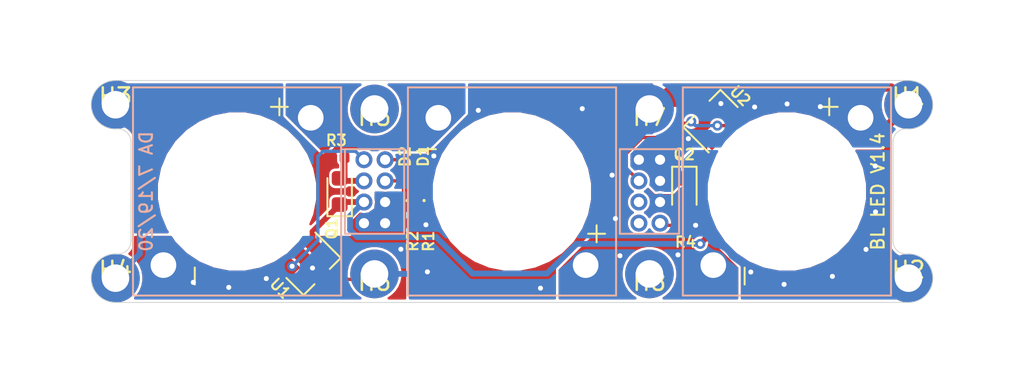
<source format=kicad_pcb>
(kicad_pcb (version 20171130) (host pcbnew "(5.1.4)-1")

  (general
    (thickness 1.6)
    (drawings 16)
    (tracks 117)
    (zones 0)
    (modules 23)
    (nets 19)
  )

  (page A4)
  (layers
    (0 F.Cu signal)
    (31 B.Cu signal)
    (32 B.Adhes user)
    (33 F.Adhes user)
    (34 B.Paste user)
    (35 F.Paste user)
    (36 B.SilkS user)
    (37 F.SilkS user)
    (38 B.Mask user)
    (39 F.Mask user)
    (40 Dwgs.User user)
    (41 Cmts.User user)
    (42 Eco1.User user)
    (43 Eco2.User user)
    (44 Edge.Cuts user)
    (45 Margin user)
    (46 B.CrtYd user)
    (47 F.CrtYd user)
    (48 B.Fab user)
    (49 F.Fab user)
  )

  (setup
    (last_trace_width 0.1524)
    (user_trace_width 0.2)
    (user_trace_width 0.35)
    (user_trace_width 0.5)
    (user_trace_width 0.7)
    (user_trace_width 1)
    (trace_clearance 0.1524)
    (zone_clearance 0.1524)
    (zone_45_only no)
    (trace_min 0.1524)
    (via_size 0.6)
    (via_drill 0.3)
    (via_min_size 0.6)
    (via_min_drill 0.3)
    (uvia_size 0.3)
    (uvia_drill 0.1)
    (uvias_allowed no)
    (uvia_min_size 0.2)
    (uvia_min_drill 0.1)
    (edge_width 0.05)
    (segment_width 0.2)
    (pcb_text_width 0.3)
    (pcb_text_size 1.5 1.5)
    (mod_edge_width 0.12)
    (mod_text_size 1 1)
    (mod_text_width 0.15)
    (pad_size 2.921 2.921)
    (pad_drill 1.651)
    (pad_to_mask_clearance 0.051)
    (solder_mask_min_width 0.25)
    (aux_axis_origin 0 0)
    (visible_elements 7FFFFFFF)
    (pcbplotparams
      (layerselection 0x010fc_ffffffff)
      (usegerberextensions false)
      (usegerberattributes false)
      (usegerberadvancedattributes false)
      (creategerberjobfile false)
      (excludeedgelayer true)
      (linewidth 0.100000)
      (plotframeref false)
      (viasonmask false)
      (mode 1)
      (useauxorigin false)
      (hpglpennumber 1)
      (hpglpenspeed 20)
      (hpglpendiameter 15.000000)
      (psnegative false)
      (psa4output false)
      (plotreference true)
      (plotvalue true)
      (plotinvisibletext false)
      (padsonsilk false)
      (subtractmaskfromsilk false)
      (outputformat 1)
      (mirror false)
      (drillshape 0)
      (scaleselection 1)
      (outputdirectory "SkateLightLEDBoard1.4_POS/"))
  )

  (net 0 "")
  (net 1 LightSense1)
  (net 2 LightSense2)
  (net 3 GND)
  (net 4 Temp1)
  (net 5 Temp2)
  (net 6 LED+)
  (net 7 "Net-(D3-Pad1)")
  (net 8 "Net-(D4-Pad1)")
  (net 9 LED_Sign_2)
  (net 10 LED_Sign_1)
  (net 11 LED-)
  (net 12 +3V3)
  (net 13 "Net-(D1-Pad1)")
  (net 14 "Net-(D2-Pad1)")
  (net 15 "Net-(H5-Pad1)")
  (net 16 "Net-(H8-Pad1)")
  (net 17 "Net-(J2-Pad8)")
  (net 18 "Net-(J2-Pad6)")

  (net_class Default "This is the default net class."
    (clearance 0.1524)
    (trace_width 0.1524)
    (via_dia 0.6)
    (via_drill 0.3)
    (uvia_dia 0.3)
    (uvia_drill 0.1)
    (add_net +3V3)
    (add_net GND)
    (add_net LED+)
    (add_net LED-)
    (add_net LED_Sign_1)
    (add_net LED_Sign_2)
    (add_net LightSense1)
    (add_net LightSense2)
    (add_net "Net-(D1-Pad1)")
    (add_net "Net-(D2-Pad1)")
    (add_net "Net-(D3-Pad1)")
    (add_net "Net-(D4-Pad1)")
    (add_net "Net-(H5-Pad1)")
    (add_net "Net-(H8-Pad1)")
    (add_net "Net-(J2-Pad6)")
    (add_net "Net-(J2-Pad8)")
    (add_net Temp1)
    (add_net Temp2)
  )

  (module LolomoloKiCADLib:BXRE-40E0800-D-73 (layer F.Cu) (tedit 5F068655) (tstamp 5DCE856D)
    (at -16.51 0 270)
    (path /5DCF7D26)
    (fp_text reference D3 (at 0 0.5 90) (layer F.SilkS)
      (effects (font (size 1 1) (thickness 0.15)))
    )
    (fp_text value LED (at 0 -0.5 90) (layer F.Fab)
      (effects (font (size 1 1) (thickness 0.15)))
    )
    (fp_line (start -6.25 -6.25) (end 6.25 -6.25) (layer B.SilkS) (width 0.12))
    (fp_line (start -6.25 6.25) (end -6.25 -6.25) (layer B.SilkS) (width 0.12))
    (fp_line (start 6.25 6.25) (end -6.25 6.25) (layer B.SilkS) (width 0.12))
    (fp_line (start 6.25 -6.25) (end 6.25 6.25) (layer B.SilkS) (width 0.12))
    (fp_line (start -5.08 -3.048) (end -5.08 -2.032) (layer F.SilkS) (width 0.12))
    (fp_line (start -5.588 -2.54) (end -4.572 -2.54) (layer F.SilkS) (width 0.12))
    (fp_line (start 4.572 2.54) (end 5.588 2.54) (layer F.SilkS) (width 0.12))
    (pad 1 thru_hole circle (at -4.423 -4.423 270) (size 1.8 1.8) (drill 1.54) (layers *.Cu *.Mask)
      (net 7 "Net-(D3-Pad1)"))
    (pad 2 thru_hole circle (at 4.423 4.423 90) (size 1.8 1.8) (drill 1.54) (layers *.Cu *.Mask)
      (net 11 LED-))
    (pad "" np_thru_hole circle (at 0 0 270) (size 9.2 9.2) (drill 9.2) (layers *.Cu *.Mask))
  )

  (module LolomoloKiCADLib:BXRE-40E0800-D-73 (layer F.Cu) (tedit 5F068655) (tstamp 5EDF236A)
    (at 0 0 180)
    (path /5DCF77FC)
    (fp_text reference D4 (at 0 0.5) (layer F.SilkS) hide
      (effects (font (size 1 1) (thickness 0.15)))
    )
    (fp_text value LED (at 0 -0.5) (layer F.Fab)
      (effects (font (size 1 1) (thickness 0.15)))
    )
    (fp_line (start -6.25 -6.25) (end 6.25 -6.25) (layer B.SilkS) (width 0.12))
    (fp_line (start -6.25 6.25) (end -6.25 -6.25) (layer B.SilkS) (width 0.12))
    (fp_line (start 6.25 6.25) (end -6.25 6.25) (layer B.SilkS) (width 0.12))
    (fp_line (start 6.25 -6.25) (end 6.25 6.25) (layer B.SilkS) (width 0.12))
    (fp_line (start -5.08 -3.048) (end -5.08 -2.032) (layer F.SilkS) (width 0.12))
    (fp_line (start -5.588 -2.54) (end -4.572 -2.54) (layer F.SilkS) (width 0.12))
    (fp_line (start 4.572 2.54) (end 5.588 2.54) (layer F.SilkS) (width 0.12))
    (pad 1 thru_hole circle (at -4.423 -4.423 180) (size 1.8 1.8) (drill 1.54) (layers *.Cu *.Mask)
      (net 8 "Net-(D4-Pad1)"))
    (pad 2 thru_hole circle (at 4.423 4.423) (size 1.8 1.8) (drill 1.54) (layers *.Cu *.Mask)
      (net 7 "Net-(D3-Pad1)"))
    (pad "" np_thru_hole circle (at 0 0 180) (size 9.2 9.2) (drill 9.2) (layers *.Cu *.Mask))
  )

  (module LolomoloKiCADLib:BXRE-40E0800-D-73 (layer F.Cu) (tedit 5F068655) (tstamp 5F0721BA)
    (at 16.51 0 270)
    (path /5DCF6E75)
    (fp_text reference D5 (at 0.72 -0.22 270) (layer F.SilkS)
      (effects (font (size 1 1) (thickness 0.15)))
    )
    (fp_text value LED (at 0 -0.5 270) (layer F.Fab)
      (effects (font (size 1 1) (thickness 0.15)))
    )
    (fp_line (start 4.572 2.54) (end 5.588 2.54) (layer F.SilkS) (width 0.12))
    (fp_line (start -5.588 -2.54) (end -4.572 -2.54) (layer F.SilkS) (width 0.12))
    (fp_line (start -5.08 -3.048) (end -5.08 -2.032) (layer F.SilkS) (width 0.12))
    (fp_line (start 6.25 -6.25) (end 6.25 6.25) (layer B.SilkS) (width 0.12))
    (fp_line (start 6.25 6.25) (end -6.25 6.25) (layer B.SilkS) (width 0.12))
    (fp_line (start -6.25 6.25) (end -6.25 -6.25) (layer B.SilkS) (width 0.12))
    (fp_line (start -6.25 -6.25) (end 6.25 -6.25) (layer B.SilkS) (width 0.12))
    (pad "" np_thru_hole circle (at 0 0 270) (size 9.2 9.2) (drill 9.2) (layers *.Cu *.Mask))
    (pad 2 thru_hole circle (at 4.423 4.423 90) (size 1.8 1.8) (drill 1.54) (layers *.Cu *.Mask)
      (net 8 "Net-(D4-Pad1)"))
    (pad 1 thru_hole circle (at -4.423 -4.423 270) (size 1.8 1.8) (drill 1.54) (layers *.Cu *.Mask)
      (net 6 LED+))
  )

  (module LolomoloKiCADLib:Conn_2x4_0.05in (layer B.Cu) (tedit 5DB23ACC) (tstamp 5DB330C1)
    (at 8.89 -1.905 180)
    (path /5DE8A9BC)
    (fp_text reference J2 (at 0.6604 1.524 180) (layer B.SilkS) hide
      (effects (font (size 1 1) (thickness 0.15)) (justify mirror))
    )
    (fp_text value Conn_02x04_Odd_Even (at 0 0.5 180) (layer B.Fab) hide
      (effects (font (size 1 1) (thickness 0.15)) (justify mirror))
    )
    (fp_line (start -1.143 -4.445) (end -1.143 0.635) (layer B.SilkS) (width 0.12))
    (fp_line (start 2.413 -4.445) (end -1.143 -4.445) (layer B.SilkS) (width 0.12))
    (fp_line (start 2.413 0.635) (end 2.413 -4.445) (layer B.SilkS) (width 0.12))
    (fp_line (start -1.143 0.635) (end 2.413 0.635) (layer B.SilkS) (width 0.12))
    (pad 8 thru_hole circle (at 1.27 -3.81 180) (size 1.016 1.016) (drill 0.6096) (layers *.Cu *.Mask)
      (net 17 "Net-(J2-Pad8)"))
    (pad 7 thru_hole circle (at 0 -3.81 180) (size 1.016 1.016) (drill 0.6096) (layers *.Cu *.Mask)
      (net 2 LightSense2))
    (pad 6 thru_hole circle (at 1.27 -2.54 180) (size 1.016 1.016) (drill 0.6096) (layers *.Cu *.Mask)
      (net 18 "Net-(J2-Pad6)"))
    (pad 5 thru_hole circle (at 0 -2.54 180) (size 1.016 1.016) (drill 0.6096) (layers *.Cu *.Mask)
      (net 3 GND))
    (pad 4 thru_hole circle (at 1.27 -1.27 180) (size 1.016 1.016) (drill 0.6096) (layers *.Cu *.Mask)
      (net 5 Temp2))
    (pad 3 thru_hole circle (at 0 -1.27 180) (size 1.016 1.016) (drill 0.6096) (layers *.Cu *.Mask)
      (net 6 LED+))
    (pad 2 thru_hole circle (at 1.27 0 180) (size 1.016 1.016) (drill 0.6096) (layers *.Cu *.Mask)
      (net 6 LED+))
    (pad 1 thru_hole circle (at 0 0 180) (size 1.016 1.016) (drill 0.6096) (layers *.Cu *.Mask)
      (net 6 LED+))
  )

  (module LolomoloKiCADLib:MH_0-80_Screw_Grounded (layer F.Cu) (tedit 5DB23F78) (tstamp 5DB3D970)
    (at 8.255 4.953)
    (path /5DB3FDBA)
    (fp_text reference H8 (at 0 0.5) (layer F.SilkS)
      (effects (font (size 1 1) (thickness 0.15)))
    )
    (fp_text value MountingHole_Pad (at 0 -0.5) (layer F.Fab)
      (effects (font (size 1 1) (thickness 0.15)))
    )
    (pad 1 thru_hole circle (at 0 0) (size 2.921 2.921) (drill 1.651) (layers *.Cu *.Mask)
      (net 16 "Net-(H8-Pad1)"))
  )

  (module LolomoloKiCADLib:MH_0-80_Screw_Grounded (layer F.Cu) (tedit 5DB23F78) (tstamp 5DB3D96B)
    (at 8.255 -4.953)
    (path /5DB3FDA0)
    (fp_text reference H7 (at 0 0.5) (layer F.SilkS)
      (effects (font (size 1 1) (thickness 0.15)))
    )
    (fp_text value MountingHole_Pad (at 0 -0.5) (layer F.Fab)
      (effects (font (size 1 1) (thickness 0.15)))
    )
    (pad 1 thru_hole circle (at 0 0) (size 2.921 2.921) (drill 1.651) (layers *.Cu *.Mask)
      (net 3 GND))
  )

  (module LolomoloKiCADLib:MH_0-80_Screw_Grounded (layer F.Cu) (tedit 5DB23F78) (tstamp 5DB3D966)
    (at -8.255 4.953)
    (path /5DB3FDAD)
    (fp_text reference H6 (at 0 0.5) (layer F.SilkS)
      (effects (font (size 1 1) (thickness 0.15)))
    )
    (fp_text value MountingHole_Pad (at 0 -0.5) (layer F.Fab)
      (effects (font (size 1 1) (thickness 0.15)))
    )
    (pad 1 thru_hole circle (at 0 0) (size 2.921 2.921) (drill 1.651) (layers *.Cu *.Mask)
      (net 3 GND))
  )

  (module LolomoloKiCADLib:MH_0-80_Screw_Grounded (layer F.Cu) (tedit 5DB23F78) (tstamp 5DB3D961)
    (at -8.255 -4.953)
    (path /5DB3FD93)
    (fp_text reference H5 (at 0 0.5) (layer F.SilkS)
      (effects (font (size 1 1) (thickness 0.15)))
    )
    (fp_text value MountingHole_Pad (at 0 -0.5) (layer F.Fab)
      (effects (font (size 1 1) (thickness 0.15)))
    )
    (pad 1 thru_hole circle (at 0 0) (size 2.921 2.921) (drill 1.651) (layers *.Cu *.Mask)
      (net 15 "Net-(H5-Pad1)"))
  )

  (module LolomoloKiCADLib:Conn_2x4_0.05in (layer B.Cu) (tedit 5DB23ACC) (tstamp 5DB3376C)
    (at -7.62 -1.905 180)
    (path /5DE89DA5)
    (fp_text reference J1 (at 0.6604 1.524) (layer B.SilkS) hide
      (effects (font (size 1 1) (thickness 0.15)) (justify mirror))
    )
    (fp_text value Conn_02x04_Odd_Even (at 0 0.5) (layer B.Fab)
      (effects (font (size 1 1) (thickness 0.15)) (justify mirror))
    )
    (fp_line (start -1.143 -4.445) (end -1.143 0.635) (layer B.SilkS) (width 0.12))
    (fp_line (start 2.413 -4.445) (end -1.143 -4.445) (layer B.SilkS) (width 0.12))
    (fp_line (start 2.413 0.635) (end 2.413 -4.445) (layer B.SilkS) (width 0.12))
    (fp_line (start -1.143 0.635) (end 2.413 0.635) (layer B.SilkS) (width 0.12))
    (pad 8 thru_hole circle (at 1.27 -3.81 180) (size 1.016 1.016) (drill 0.6096) (layers *.Cu *.Mask)
      (net 11 LED-))
    (pad 7 thru_hole circle (at 0 -3.81 180) (size 1.016 1.016) (drill 0.6096) (layers *.Cu *.Mask)
      (net 11 LED-))
    (pad 6 thru_hole circle (at 1.27 -2.54 180) (size 1.016 1.016) (drill 0.6096) (layers *.Cu *.Mask)
      (net 12 +3V3))
    (pad 5 thru_hole circle (at 0 -2.54 180) (size 1.016 1.016) (drill 0.6096) (layers *.Cu *.Mask)
      (net 11 LED-))
    (pad 4 thru_hole circle (at 1.27 -1.27 180) (size 1.016 1.016) (drill 0.6096) (layers *.Cu *.Mask)
      (net 1 LightSense1))
    (pad 3 thru_hole circle (at 0 -1.27 180) (size 1.016 1.016) (drill 0.6096) (layers *.Cu *.Mask)
      (net 9 LED_Sign_2))
    (pad 2 thru_hole circle (at 1.27 0 180) (size 1.016 1.016) (drill 0.6096) (layers *.Cu *.Mask)
      (net 4 Temp1))
    (pad 1 thru_hole circle (at 0 0 180) (size 1.016 1.016) (drill 0.6096) (layers *.Cu *.Mask)
      (net 10 LED_Sign_1))
  )

  (module LolomoloKiCADLib:MH_0-80_Screw_Grounded (layer F.Cu) (tedit 5DB23F78) (tstamp 5DB33092)
    (at 23.8125 -5.207 180)
    (path /5DEAD1D5)
    (fp_text reference H1 (at 0 0.5) (layer F.SilkS)
      (effects (font (size 1 1) (thickness 0.15)))
    )
    (fp_text value MountingHole_Pad (at 0 -0.5) (layer F.Fab)
      (effects (font (size 1 1) (thickness 0.15)))
    )
    (pad 1 thru_hole circle (at 0 0 180) (size 2.921 2.921) (drill 1.651) (layers *.Cu *.Mask)
      (net 3 GND))
  )

  (module LolomoloKiCADLib:MH_0-80_Screw_Grounded (layer F.Cu) (tedit 5DB23F78) (tstamp 5DB33097)
    (at 23.8125 5.207 180)
    (path /5DEB2AF6)
    (fp_text reference H2 (at 0 0.5) (layer F.SilkS)
      (effects (font (size 1 1) (thickness 0.15)))
    )
    (fp_text value MountingHole_Pad (at 0 -0.5) (layer F.Fab)
      (effects (font (size 1 1) (thickness 0.15)))
    )
    (pad 1 thru_hole circle (at 0 0 180) (size 2.921 2.921) (drill 1.651) (layers *.Cu *.Mask)
      (net 3 GND))
  )

  (module LolomoloKiCADLib:MH_0-80_Screw_Grounded (layer F.Cu) (tedit 5DB23F78) (tstamp 5DB3309C)
    (at -23.8125 -5.207 180)
    (path /5DEB13FB)
    (fp_text reference H3 (at 0 0.5) (layer F.SilkS)
      (effects (font (size 1 1) (thickness 0.15)))
    )
    (fp_text value MountingHole_Pad (at 0 -0.5) (layer F.Fab)
      (effects (font (size 1 1) (thickness 0.15)))
    )
    (pad 1 thru_hole circle (at 0 0 180) (size 2.921 2.921) (drill 1.651) (layers *.Cu *.Mask)
      (net 3 GND))
  )

  (module LolomoloKiCADLib:MH_0-80_Screw_Grounded (layer F.Cu) (tedit 5DB23F78) (tstamp 5DB330A1)
    (at -23.8125 5.207 180)
    (path /5DEB431C)
    (fp_text reference H4 (at 0 0.5) (layer F.SilkS)
      (effects (font (size 1 1) (thickness 0.15)))
    )
    (fp_text value MountingHole_Pad (at 0 -0.5) (layer F.Fab)
      (effects (font (size 1 1) (thickness 0.15)))
    )
    (pad 1 thru_hole circle (at 0 0 180) (size 2.921 2.921) (drill 1.651) (layers *.Cu *.Mask)
      (net 3 GND))
  )

  (module Package_TO_SOT_SMD:SOT-23 (layer F.Cu) (tedit 5A02FF57) (tstamp 5DCE7B2B)
    (at -11.938 4.572 315)
    (descr "SOT-23, Standard")
    (tags SOT-23)
    (path /5DCE3E90)
    (attr smd)
    (fp_text reference U1 (at -0.513671 2.284577 135) (layer F.SilkS)
      (effects (font (size 0.635 0.635) (thickness 0.127)))
    )
    (fp_text value MCP9700AT-E_TT (at 0 2.5 135) (layer F.Fab)
      (effects (font (size 1 1) (thickness 0.15)))
    )
    (fp_line (start 0.76 1.58) (end -0.7 1.58) (layer F.SilkS) (width 0.12))
    (fp_line (start 0.76 -1.58) (end -1.4 -1.58) (layer F.SilkS) (width 0.12))
    (fp_line (start -1.7 1.75) (end -1.7 -1.75) (layer F.CrtYd) (width 0.05))
    (fp_line (start 1.7 1.75) (end -1.7 1.75) (layer F.CrtYd) (width 0.05))
    (fp_line (start 1.7 -1.75) (end 1.7 1.75) (layer F.CrtYd) (width 0.05))
    (fp_line (start -1.7 -1.75) (end 1.7 -1.75) (layer F.CrtYd) (width 0.05))
    (fp_line (start 0.76 -1.58) (end 0.76 -0.65) (layer F.SilkS) (width 0.12))
    (fp_line (start 0.76 1.58) (end 0.76 0.65) (layer F.SilkS) (width 0.12))
    (fp_line (start -0.7 1.52) (end 0.7 1.52) (layer F.Fab) (width 0.1))
    (fp_line (start 0.7 -1.52) (end 0.7 1.52) (layer F.Fab) (width 0.1))
    (fp_line (start -0.7 -0.95) (end -0.15 -1.52) (layer F.Fab) (width 0.1))
    (fp_line (start -0.15 -1.52) (end 0.7 -1.52) (layer F.Fab) (width 0.1))
    (fp_line (start -0.7 -0.95) (end -0.7 1.5) (layer F.Fab) (width 0.1))
    (fp_text user %R (at 0 0 45) (layer F.Fab)
      (effects (font (size 0.5 0.5) (thickness 0.075)))
    )
    (pad 3 smd rect (at 1 0 315) (size 0.9 0.8) (layers F.Cu F.Paste F.Mask)
      (net 3 GND))
    (pad 2 smd rect (at -1 0.95 315) (size 0.9 0.8) (layers F.Cu F.Paste F.Mask)
      (net 4 Temp1))
    (pad 1 smd rect (at -1 -0.95 315) (size 0.9 0.8) (layers F.Cu F.Paste F.Mask)
      (net 12 +3V3))
    (model ${KISYS3DMOD}/Package_TO_SOT_SMD.3dshapes/SOT-23.wrl
      (at (xyz 0 0 0))
      (scale (xyz 1 1 1))
      (rotate (xyz 0 0 0))
    )
  )

  (module Package_TO_SOT_SMD:SOT-23 (layer F.Cu) (tedit 5A02FF57) (tstamp 5E006F93)
    (at 11.938 -4.445 135)
    (descr "SOT-23, Standard")
    (tags SOT-23)
    (path /5DCE44AB)
    (attr smd)
    (fp_text reference U2 (at -0.337658 2.162446 135) (layer F.SilkS)
      (effects (font (size 0.635 0.635) (thickness 0.127)))
    )
    (fp_text value MCP9700AT-E_TT (at 0 2.5 135) (layer F.Fab)
      (effects (font (size 1 1) (thickness 0.15)))
    )
    (fp_line (start 0.76 1.58) (end -0.7 1.58) (layer F.SilkS) (width 0.12))
    (fp_line (start 0.76 -1.58) (end -1.4 -1.58) (layer F.SilkS) (width 0.12))
    (fp_line (start -1.7 1.75) (end -1.7 -1.75) (layer F.CrtYd) (width 0.05))
    (fp_line (start 1.7 1.75) (end -1.7 1.75) (layer F.CrtYd) (width 0.05))
    (fp_line (start 1.7 -1.75) (end 1.7 1.75) (layer F.CrtYd) (width 0.05))
    (fp_line (start -1.7 -1.75) (end 1.7 -1.75) (layer F.CrtYd) (width 0.05))
    (fp_line (start 0.76 -1.58) (end 0.76 -0.65) (layer F.SilkS) (width 0.12))
    (fp_line (start 0.76 1.58) (end 0.76 0.65) (layer F.SilkS) (width 0.12))
    (fp_line (start -0.7 1.52) (end 0.7 1.52) (layer F.Fab) (width 0.1))
    (fp_line (start 0.7 -1.52) (end 0.7 1.52) (layer F.Fab) (width 0.1))
    (fp_line (start -0.7 -0.95) (end -0.15 -1.52) (layer F.Fab) (width 0.1))
    (fp_line (start -0.15 -1.52) (end 0.7 -1.52) (layer F.Fab) (width 0.1))
    (fp_line (start -0.7 -0.95) (end -0.7 1.5) (layer F.Fab) (width 0.1))
    (fp_text user %R (at 0 0 45) (layer F.Fab)
      (effects (font (size 0.5 0.5) (thickness 0.075)))
    )
    (pad 3 smd rect (at 1 0 135) (size 0.9 0.8) (layers F.Cu F.Paste F.Mask)
      (net 3 GND))
    (pad 2 smd rect (at -1 0.95 135) (size 0.9 0.8) (layers F.Cu F.Paste F.Mask)
      (net 5 Temp2))
    (pad 1 smd rect (at -1 -0.95 135) (size 0.9 0.8) (layers F.Cu F.Paste F.Mask)
      (net 12 +3V3))
    (model ${KISYS3DMOD}/Package_TO_SOT_SMD.3dshapes/SOT-23.wrl
      (at (xyz 0 0 0))
      (scale (xyz 1 1 1))
      (rotate (xyz 0 0 0))
    )
  )

  (module Diode_SMD:D_0402_1005Metric (layer F.Cu) (tedit 5B301BBE) (tstamp 5E013A51)
    (at -5.28066 -0.54356 90)
    (descr "Diode SMD 0402 (1005 Metric), square (rectangular) end terminal, IPC_7351 nominal, (Body size source: http://www.tortai-tech.com/upload/download/2011102023233369053.pdf), generated with kicad-footprint-generator")
    (tags diode)
    (path /5E06AE24)
    (attr smd)
    (fp_text reference D1 (at 1.56464 -0.05842 90) (layer F.SilkS)
      (effects (font (size 0.635 0.635) (thickness 0.127)))
    )
    (fp_text value LEDR (at 0 1.17 90) (layer F.Fab)
      (effects (font (size 1 1) (thickness 0.15)))
    )
    (fp_circle (center -1.09 0) (end -1.04 0) (layer F.SilkS) (width 0.1))
    (fp_line (start -0.5 0.25) (end -0.5 -0.25) (layer F.Fab) (width 0.1))
    (fp_line (start -0.5 -0.25) (end 0.5 -0.25) (layer F.Fab) (width 0.1))
    (fp_line (start 0.5 -0.25) (end 0.5 0.25) (layer F.Fab) (width 0.1))
    (fp_line (start 0.5 0.25) (end -0.5 0.25) (layer F.Fab) (width 0.1))
    (fp_line (start -0.4 0.25) (end -0.4 -0.25) (layer F.Fab) (width 0.1))
    (fp_line (start -0.3 0.25) (end -0.3 -0.25) (layer F.Fab) (width 0.1))
    (fp_line (start -0.93 0.47) (end -0.93 -0.47) (layer F.CrtYd) (width 0.05))
    (fp_line (start -0.93 -0.47) (end 0.93 -0.47) (layer F.CrtYd) (width 0.05))
    (fp_line (start 0.93 -0.47) (end 0.93 0.47) (layer F.CrtYd) (width 0.05))
    (fp_line (start 0.93 0.47) (end -0.93 0.47) (layer F.CrtYd) (width 0.05))
    (fp_text user %R (at 0 0 90) (layer F.Fab)
      (effects (font (size 0.25 0.25) (thickness 0.04)))
    )
    (pad 1 smd roundrect (at -0.485 0 90) (size 0.59 0.64) (layers F.Cu F.Paste F.Mask) (roundrect_rratio 0.25)
      (net 13 "Net-(D1-Pad1)"))
    (pad 2 smd roundrect (at 0.485 0 90) (size 0.59 0.64) (layers F.Cu F.Paste F.Mask) (roundrect_rratio 0.25)
      (net 10 LED_Sign_1))
    (model ${KISYS3DMOD}/Diode_SMD.3dshapes/D_0402_1005Metric.wrl
      (at (xyz 0 0 0))
      (scale (xyz 1 1 1))
      (rotate (xyz 0 0 0))
    )
  )

  (module Diode_SMD:D_0402_1005Metric (layer F.Cu) (tedit 5B301BBE) (tstamp 5E013A63)
    (at -6.29666 -0.54356 90)
    (descr "Diode SMD 0402 (1005 Metric), square (rectangular) end terminal, IPC_7351 nominal, (Body size source: http://www.tortai-tech.com/upload/download/2011102023233369053.pdf), generated with kicad-footprint-generator")
    (tags diode)
    (path /5E070808)
    (attr smd)
    (fp_text reference D2 (at 1.55194 -0.12954 90) (layer F.SilkS)
      (effects (font (size 0.635 0.635) (thickness 0.127)))
    )
    (fp_text value LEDG (at 0 1.17 90) (layer F.Fab)
      (effects (font (size 1 1) (thickness 0.15)))
    )
    (fp_text user %R (at 0 0 90) (layer F.Fab)
      (effects (font (size 0.25 0.25) (thickness 0.04)))
    )
    (fp_line (start 0.93 0.47) (end -0.93 0.47) (layer F.CrtYd) (width 0.05))
    (fp_line (start 0.93 -0.47) (end 0.93 0.47) (layer F.CrtYd) (width 0.05))
    (fp_line (start -0.93 -0.47) (end 0.93 -0.47) (layer F.CrtYd) (width 0.05))
    (fp_line (start -0.93 0.47) (end -0.93 -0.47) (layer F.CrtYd) (width 0.05))
    (fp_line (start -0.3 0.25) (end -0.3 -0.25) (layer F.Fab) (width 0.1))
    (fp_line (start -0.4 0.25) (end -0.4 -0.25) (layer F.Fab) (width 0.1))
    (fp_line (start 0.5 0.25) (end -0.5 0.25) (layer F.Fab) (width 0.1))
    (fp_line (start 0.5 -0.25) (end 0.5 0.25) (layer F.Fab) (width 0.1))
    (fp_line (start -0.5 -0.25) (end 0.5 -0.25) (layer F.Fab) (width 0.1))
    (fp_line (start -0.5 0.25) (end -0.5 -0.25) (layer F.Fab) (width 0.1))
    (fp_circle (center -1.09 0) (end -1.04 0) (layer F.SilkS) (width 0.1))
    (pad 2 smd roundrect (at 0.485 0 90) (size 0.59 0.64) (layers F.Cu F.Paste F.Mask) (roundrect_rratio 0.25)
      (net 9 LED_Sign_2))
    (pad 1 smd roundrect (at -0.485 0 90) (size 0.59 0.64) (layers F.Cu F.Paste F.Mask) (roundrect_rratio 0.25)
      (net 14 "Net-(D2-Pad1)"))
    (model ${KISYS3DMOD}/Diode_SMD.3dshapes/D_0402_1005Metric.wrl
      (at (xyz 0 0 0))
      (scale (xyz 1 1 1))
      (rotate (xyz 0 0 0))
    )
  )

  (module Diode_SMD:D_0603_1608Metric (layer F.Cu) (tedit 5B301BBE) (tstamp 5E013A88)
    (at -10.3505 0 90)
    (descr "Diode SMD 0603 (1608 Metric), square (rectangular) end terminal, IPC_7351 nominal, (Body size source: http://www.tortai-tech.com/upload/download/2011102023233369053.pdf), generated with kicad-footprint-generator")
    (tags diode)
    (path /5E08ED74)
    (attr smd)
    (fp_text reference Q1 (at -2.24028 -0.47498 90) (layer F.SilkS)
      (effects (font (size 0.635 0.635) (thickness 0.127)))
    )
    (fp_text value Q_Photo_NPN (at 0 1.43 90) (layer F.Fab)
      (effects (font (size 1 1) (thickness 0.15)))
    )
    (fp_text user %R (at 1.02108 -1.12268 90) (layer F.Fab)
      (effects (font (size 0.4 0.4) (thickness 0.06)))
    )
    (fp_line (start 1.48 0.73) (end -1.48 0.73) (layer F.CrtYd) (width 0.05))
    (fp_line (start 1.48 -0.73) (end 1.48 0.73) (layer F.CrtYd) (width 0.05))
    (fp_line (start -1.48 -0.73) (end 1.48 -0.73) (layer F.CrtYd) (width 0.05))
    (fp_line (start -1.48 0.73) (end -1.48 -0.73) (layer F.CrtYd) (width 0.05))
    (fp_line (start -1.485 0.735) (end 0.8 0.735) (layer F.SilkS) (width 0.12))
    (fp_line (start -1.485 -0.735) (end -1.485 0.735) (layer F.SilkS) (width 0.12))
    (fp_line (start 0.8 -0.735) (end -1.485 -0.735) (layer F.SilkS) (width 0.12))
    (fp_line (start 0.8 0.4) (end 0.8 -0.4) (layer F.Fab) (width 0.1))
    (fp_line (start -0.8 0.4) (end 0.8 0.4) (layer F.Fab) (width 0.1))
    (fp_line (start -0.8 -0.1) (end -0.8 0.4) (layer F.Fab) (width 0.1))
    (fp_line (start -0.5 -0.4) (end -0.8 -0.1) (layer F.Fab) (width 0.1))
    (fp_line (start 0.8 -0.4) (end -0.5 -0.4) (layer F.Fab) (width 0.1))
    (pad 2 smd roundrect (at 0.7875 0 90) (size 0.875 0.95) (layers F.Cu F.Paste F.Mask) (roundrect_rratio 0.25)
      (net 1 LightSense1))
    (pad 1 smd roundrect (at -0.7875 0 90) (size 0.875 0.95) (layers F.Cu F.Paste F.Mask) (roundrect_rratio 0.25)
      (net 12 +3V3))
    (model ${KISYS3DMOD}/Diode_SMD.3dshapes/D_0603_1608Metric.wrl
      (at (xyz 0 0 0))
      (scale (xyz 1 1 1))
      (rotate (xyz 0 0 0))
    )
  )

  (module Diode_SMD:D_0603_1608Metric (layer F.Cu) (tedit 5B301BBE) (tstamp 5E013A9B)
    (at 10.3505 0 270)
    (descr "Diode SMD 0603 (1608 Metric), square (rectangular) end terminal, IPC_7351 nominal, (Body size source: http://www.tortai-tech.com/upload/download/2011102023233369053.pdf), generated with kicad-footprint-generator")
    (tags diode)
    (path /5E086019)
    (attr smd)
    (fp_text reference Q2 (at -2.21742 0.00508 180) (layer F.SilkS)
      (effects (font (size 0.635 0.635) (thickness 0.127)))
    )
    (fp_text value Q_Photo_NPN (at 0 1.43 90) (layer F.Fab)
      (effects (font (size 1 1) (thickness 0.15)))
    )
    (fp_line (start 0.8 -0.4) (end -0.5 -0.4) (layer F.Fab) (width 0.1))
    (fp_line (start -0.5 -0.4) (end -0.8 -0.1) (layer F.Fab) (width 0.1))
    (fp_line (start -0.8 -0.1) (end -0.8 0.4) (layer F.Fab) (width 0.1))
    (fp_line (start -0.8 0.4) (end 0.8 0.4) (layer F.Fab) (width 0.1))
    (fp_line (start 0.8 0.4) (end 0.8 -0.4) (layer F.Fab) (width 0.1))
    (fp_line (start 0.8 -0.735) (end -1.485 -0.735) (layer F.SilkS) (width 0.12))
    (fp_line (start -1.485 -0.735) (end -1.485 0.735) (layer F.SilkS) (width 0.12))
    (fp_line (start -1.485 0.735) (end 0.8 0.735) (layer F.SilkS) (width 0.12))
    (fp_line (start -1.48 0.73) (end -1.48 -0.73) (layer F.CrtYd) (width 0.05))
    (fp_line (start -1.48 -0.73) (end 1.48 -0.73) (layer F.CrtYd) (width 0.05))
    (fp_line (start 1.48 -0.73) (end 1.48 0.73) (layer F.CrtYd) (width 0.05))
    (fp_line (start 1.48 0.73) (end -1.48 0.73) (layer F.CrtYd) (width 0.05))
    (fp_text user %R (at 0 0 90) (layer F.Fab)
      (effects (font (size 0.4 0.4) (thickness 0.06)))
    )
    (pad 1 smd roundrect (at -0.7875 0 270) (size 0.875 0.95) (layers F.Cu F.Paste F.Mask) (roundrect_rratio 0.25)
      (net 12 +3V3))
    (pad 2 smd roundrect (at 0.7875 0 270) (size 0.875 0.95) (layers F.Cu F.Paste F.Mask) (roundrect_rratio 0.25)
      (net 2 LightSense2))
    (model ${KISYS3DMOD}/Diode_SMD.3dshapes/D_0603_1608Metric.wrl
      (at (xyz 0 0 0))
      (scale (xyz 1 1 1))
      (rotate (xyz 0 0 0))
    )
  )

  (module Resistor_SMD:R_0402_1005Metric (layer F.Cu) (tedit 5B301BBD) (tstamp 5E013A9C)
    (at -10.541 -2.032 180)
    (descr "Resistor SMD 0402 (1005 Metric), square (rectangular) end terminal, IPC_7351 nominal, (Body size source: http://www.tortai-tech.com/upload/download/2011102023233369053.pdf), generated with kicad-footprint-generator")
    (tags resistor)
    (path /5DE8211B)
    (attr smd)
    (fp_text reference R3 (at 0.01016 1.03886) (layer F.SilkS)
      (effects (font (size 0.635 0.635) (thickness 0.127)))
    )
    (fp_text value "10k 1%" (at 0 1.17) (layer F.Fab)
      (effects (font (size 1 1) (thickness 0.15)))
    )
    (fp_text user %R (at 0 0) (layer F.Fab)
      (effects (font (size 0.25 0.25) (thickness 0.04)))
    )
    (fp_line (start 0.93 0.47) (end -0.93 0.47) (layer F.CrtYd) (width 0.05))
    (fp_line (start 0.93 -0.47) (end 0.93 0.47) (layer F.CrtYd) (width 0.05))
    (fp_line (start -0.93 -0.47) (end 0.93 -0.47) (layer F.CrtYd) (width 0.05))
    (fp_line (start -0.93 0.47) (end -0.93 -0.47) (layer F.CrtYd) (width 0.05))
    (fp_line (start 0.5 0.25) (end -0.5 0.25) (layer F.Fab) (width 0.1))
    (fp_line (start 0.5 -0.25) (end 0.5 0.25) (layer F.Fab) (width 0.1))
    (fp_line (start -0.5 -0.25) (end 0.5 -0.25) (layer F.Fab) (width 0.1))
    (fp_line (start -0.5 0.25) (end -0.5 -0.25) (layer F.Fab) (width 0.1))
    (pad 2 smd roundrect (at 0.485 0 180) (size 0.59 0.64) (layers F.Cu F.Paste F.Mask) (roundrect_rratio 0.25)
      (net 3 GND))
    (pad 1 smd roundrect (at -0.485 0 180) (size 0.59 0.64) (layers F.Cu F.Paste F.Mask) (roundrect_rratio 0.25)
      (net 1 LightSense1))
    (model ${KISYS3DMOD}/Resistor_SMD.3dshapes/R_0402_1005Metric.wrl
      (at (xyz 0 0 0))
      (scale (xyz 1 1 1))
      (rotate (xyz 0 0 0))
    )
  )

  (module Resistor_SMD:R_0402_1005Metric (layer F.Cu) (tedit 5B301BBD) (tstamp 5E013AAA)
    (at 10.541 2.032)
    (descr "Resistor SMD 0402 (1005 Metric), square (rectangular) end terminal, IPC_7351 nominal, (Body size source: http://www.tortai-tech.com/upload/download/2011102023233369053.pdf), generated with kicad-footprint-generator")
    (tags resistor)
    (path /5DE8D404)
    (attr smd)
    (fp_text reference R4 (at -0.12446 1.01346) (layer F.SilkS)
      (effects (font (size 0.635 0.635) (thickness 0.127)))
    )
    (fp_text value "10k 1%" (at 0 1.17) (layer F.Fab)
      (effects (font (size 1 1) (thickness 0.15)))
    )
    (fp_line (start -0.5 0.25) (end -0.5 -0.25) (layer F.Fab) (width 0.1))
    (fp_line (start -0.5 -0.25) (end 0.5 -0.25) (layer F.Fab) (width 0.1))
    (fp_line (start 0.5 -0.25) (end 0.5 0.25) (layer F.Fab) (width 0.1))
    (fp_line (start 0.5 0.25) (end -0.5 0.25) (layer F.Fab) (width 0.1))
    (fp_line (start -0.93 0.47) (end -0.93 -0.47) (layer F.CrtYd) (width 0.05))
    (fp_line (start -0.93 -0.47) (end 0.93 -0.47) (layer F.CrtYd) (width 0.05))
    (fp_line (start 0.93 -0.47) (end 0.93 0.47) (layer F.CrtYd) (width 0.05))
    (fp_line (start 0.93 0.47) (end -0.93 0.47) (layer F.CrtYd) (width 0.05))
    (fp_text user %R (at 0 0) (layer F.Fab)
      (effects (font (size 0.25 0.25) (thickness 0.04)))
    )
    (pad 1 smd roundrect (at -0.485 0) (size 0.59 0.64) (layers F.Cu F.Paste F.Mask) (roundrect_rratio 0.25)
      (net 2 LightSense2))
    (pad 2 smd roundrect (at 0.485 0) (size 0.59 0.64) (layers F.Cu F.Paste F.Mask) (roundrect_rratio 0.25)
      (net 3 GND))
    (model ${KISYS3DMOD}/Resistor_SMD.3dshapes/R_0402_1005Metric.wrl
      (at (xyz 0 0 0))
      (scale (xyz 1 1 1))
      (rotate (xyz 0 0 0))
    )
  )

  (module Resistor_SMD:R_0402_1005Metric (layer F.Cu) (tedit 5B301BBD) (tstamp 5E014085)
    (at -5.28066 1.42494 270)
    (descr "Resistor SMD 0402 (1005 Metric), square (rectangular) end terminal, IPC_7351 nominal, (Body size source: http://www.tortai-tech.com/upload/download/2011102023233369053.pdf), generated with kicad-footprint-generator")
    (tags resistor)
    (path /5E06AB3A)
    (attr smd)
    (fp_text reference R1 (at 1.56972 -0.26924 90) (layer F.SilkS)
      (effects (font (size 0.635 0.635) (thickness 0.127)))
    )
    (fp_text value "2k7 5%" (at 0 1.17 90) (layer F.Fab)
      (effects (font (size 1 1) (thickness 0.15)))
    )
    (fp_text user %R (at 0 0 90) (layer F.Fab)
      (effects (font (size 0.25 0.25) (thickness 0.04)))
    )
    (fp_line (start 0.93 0.47) (end -0.93 0.47) (layer F.CrtYd) (width 0.05))
    (fp_line (start 0.93 -0.47) (end 0.93 0.47) (layer F.CrtYd) (width 0.05))
    (fp_line (start -0.93 -0.47) (end 0.93 -0.47) (layer F.CrtYd) (width 0.05))
    (fp_line (start -0.93 0.47) (end -0.93 -0.47) (layer F.CrtYd) (width 0.05))
    (fp_line (start 0.5 0.25) (end -0.5 0.25) (layer F.Fab) (width 0.1))
    (fp_line (start 0.5 -0.25) (end 0.5 0.25) (layer F.Fab) (width 0.1))
    (fp_line (start -0.5 -0.25) (end 0.5 -0.25) (layer F.Fab) (width 0.1))
    (fp_line (start -0.5 0.25) (end -0.5 -0.25) (layer F.Fab) (width 0.1))
    (pad 2 smd roundrect (at 0.485 0 270) (size 0.59 0.64) (layers F.Cu F.Paste F.Mask) (roundrect_rratio 0.25)
      (net 3 GND))
    (pad 1 smd roundrect (at -0.485 0 270) (size 0.59 0.64) (layers F.Cu F.Paste F.Mask) (roundrect_rratio 0.25)
      (net 13 "Net-(D1-Pad1)"))
    (model ${KISYS3DMOD}/Resistor_SMD.3dshapes/R_0402_1005Metric.wrl
      (at (xyz 0 0 0))
      (scale (xyz 1 1 1))
      (rotate (xyz 0 0 0))
    )
  )

  (module Resistor_SMD:R_0402_1005Metric (layer F.Cu) (tedit 5B301BBD) (tstamp 5E013AE4)
    (at -6.29666 1.42494 270)
    (descr "Resistor SMD 0402 (1005 Metric), square (rectangular) end terminal, IPC_7351 nominal, (Body size source: http://www.tortai-tech.com/upload/download/2011102023233369053.pdf), generated with kicad-footprint-generator")
    (tags resistor)
    (path /5E070802)
    (attr smd)
    (fp_text reference R2 (at 1.56718 -0.33528 90) (layer F.SilkS)
      (effects (font (size 0.635 0.635) (thickness 0.127)))
    )
    (fp_text value "390 5%" (at 0 1.17 90) (layer F.Fab)
      (effects (font (size 1 1) (thickness 0.15)))
    )
    (fp_line (start -0.5 0.25) (end -0.5 -0.25) (layer F.Fab) (width 0.1))
    (fp_line (start -0.5 -0.25) (end 0.5 -0.25) (layer F.Fab) (width 0.1))
    (fp_line (start 0.5 -0.25) (end 0.5 0.25) (layer F.Fab) (width 0.1))
    (fp_line (start 0.5 0.25) (end -0.5 0.25) (layer F.Fab) (width 0.1))
    (fp_line (start -0.93 0.47) (end -0.93 -0.47) (layer F.CrtYd) (width 0.05))
    (fp_line (start -0.93 -0.47) (end 0.93 -0.47) (layer F.CrtYd) (width 0.05))
    (fp_line (start 0.93 -0.47) (end 0.93 0.47) (layer F.CrtYd) (width 0.05))
    (fp_line (start 0.93 0.47) (end -0.93 0.47) (layer F.CrtYd) (width 0.05))
    (fp_text user %R (at 0 0 90) (layer F.Fab)
      (effects (font (size 0.25 0.25) (thickness 0.04)))
    )
    (pad 1 smd roundrect (at -0.485 0 270) (size 0.59 0.64) (layers F.Cu F.Paste F.Mask) (roundrect_rratio 0.25)
      (net 14 "Net-(D2-Pad1)"))
    (pad 2 smd roundrect (at 0.485 0 270) (size 0.59 0.64) (layers F.Cu F.Paste F.Mask) (roundrect_rratio 0.25)
      (net 3 GND))
    (model ${KISYS3DMOD}/Resistor_SMD.3dshapes/R_0402_1005Metric.wrl
      (at (xyz 0 0 0))
      (scale (xyz 1 1 1))
      (rotate (xyz 0 0 0))
    )
  )

  (gr_text "DA 7/19/20\n" (at -21.971 0 90) (layer B.SilkS) (tstamp 5EDF22B8)
    (effects (font (size 0.762 0.762) (thickness 0.127)) (justify mirror))
  )
  (gr_text "BL LED V1.4" (at 21.971 0 90) (layer F.SilkS) (tstamp 5DCE892C)
    (effects (font (size 0.762 0.762) (thickness 0.127)))
  )
  (gr_arc (start -23.648924 -2.990596) (end -22.886924 -2.990342) (angle -94.2) (layer Edge.Cuts) (width 0.0508) (tstamp 5DB23F0D))
  (gr_line (start -22.886924 -2.990596) (end -22.886924 0) (layer Edge.Cuts) (width 0.0508) (tstamp 5DB23F0A))
  (gr_arc (start 23.648924 -2.990596) (end 22.886924 -2.990342) (angle 94.2) (layer Edge.Cuts) (width 0.0508) (tstamp 5DB23F07))
  (gr_line (start 22.886924 -2.990596) (end 22.886924 0) (layer Edge.Cuts) (width 0.0508) (tstamp 5DB23F04))
  (gr_arc (start 23.8125 -5.207) (end 23.705058 -3.750564) (angle -184.2) (layer Edge.Cuts) (width 0.0508) (tstamp 5DB23F01))
  (gr_arc (start -23.8125 -5.207) (end -23.705058 -3.750564) (angle 184.2) (layer Edge.Cuts) (width 0.0508) (tstamp 5DB23EFE))
  (gr_line (start -23.8125 -6.6675) (end 23.8125 -6.6675) (layer Edge.Cuts) (width 0.0508) (tstamp 5DB23EFB))
  (gr_arc (start -23.648924 2.990596) (end -22.886924 2.990342) (angle 94.2) (layer Edge.Cuts) (width 0.0508) (tstamp 5DB23EEA))
  (gr_line (start -22.886924 2.990596) (end -22.886924 0) (layer Edge.Cuts) (width 0.0508) (tstamp 5DB23EE9))
  (gr_arc (start -23.8125 5.207) (end -23.705058 3.750564) (angle -184.2) (layer Edge.Cuts) (width 0.0508) (tstamp 5DB23EE8))
  (gr_line (start 22.886924 2.990596) (end 22.886924 0) (layer Edge.Cuts) (width 0.0508) (tstamp 5DB23EE3))
  (gr_arc (start 23.648924 2.990596) (end 22.886924 2.990342) (angle -94.2) (layer Edge.Cuts) (width 0.0508) (tstamp 5DB23EE0))
  (gr_arc (start 23.8125 5.207) (end 23.705058 3.750564) (angle 184.2) (layer Edge.Cuts) (width 0.0508) (tstamp 5DB23EE6))
  (gr_line (start 23.8125 6.6675) (end -23.8125 6.6675) (layer Edge.Cuts) (width 0.0508))

  (segment (start -10.056 -1.082) (end -10.3505 -0.7875) (width 0.35) (layer F.Cu) (net 1))
  (segment (start -10.056 -2.032) (end -10.056 -1.082) (width 0.35) (layer F.Cu) (net 1))
  (segment (start -10.198 -0.635) (end -10.3505 -0.7875) (width 0.35) (layer F.Cu) (net 1))
  (segment (start -8.89 -0.635) (end -10.198 -0.635) (width 0.35) (layer F.Cu) (net 1))
  (segment (start 10.3505 1.7375) (end 10.056 2.032) (width 0.2) (layer F.Cu) (net 2))
  (segment (start 10.3505 0.7875) (end 10.3505 1.7375) (width 0.2) (layer F.Cu) (net 2))
  (segment (start 9.017 2.032) (end 8.89 1.905) (width 0.2) (layer F.Cu) (net 2))
  (segment (start 10.056 2.032) (end 9.017 2.032) (width 0.2) (layer F.Cu) (net 2))
  (via (at -5.17 2) (size 0.6) (drill 0.3) (layers F.Cu B.Cu) (net 3))
  (segment (start -9.255 5.522) (end -9.255 4.922) (width 0.2) (layer F.Cu) (net 3) (status 30))
  (segment (start -7.255 4.572) (end -7.255 5.172) (width 0.2) (layer F.Cu) (net 3) (status 30))
  (segment (start 22.457891 3.852391) (end 23.8125 5.207) (width 0.5) (layer F.Cu) (net 3) (status 20))
  (segment (start 22.457891 -3.852391) (end 22.457891 -1.867891) (width 0.5) (layer F.Cu) (net 3))
  (segment (start 23.8125 -5.207) (end 22.457891 -3.852391) (width 0.5) (layer F.Cu) (net 3) (status 10))
  (segment (start 23.8125 -5.207) (end 22.994099 -6.025401) (width 0.5) (layer F.Cu) (net 3) (status 30))
  (segment (start 11.230893 -5.152107) (end 10.807798 -5.575202) (width 1) (layer F.Cu) (net 3) (status 10))
  (segment (start 8.877202 -5.575202) (end 8.255 -4.953) (width 1) (layer F.Cu) (net 3) (status 30))
  (segment (start 10.807798 -5.575202) (end 8.877202 -5.575202) (width 1) (layer F.Cu) (net 3) (status 20))
  (via (at -4.69392 -2.13106) (size 0.6) (drill 0.3) (layers F.Cu B.Cu) (net 3))
  (via (at -2.02438 -4.87172) (size 0.6) (drill 0.3) (layers F.Cu B.Cu) (net 3))
  (via (at 14.34084 4.8387) (size 0.6) (drill 0.3) (layers F.Cu B.Cu) (net 3))
  (via (at 1.71 5.81) (size 0.6) (drill 0.3) (layers F.Cu B.Cu) (net 3))
  (segment (start -8.581107 5.279107) (end -8.255 4.953) (width 0.2) (layer F.Cu) (net 3))
  (segment (start -11.230893 5.279107) (end -8.581107 5.279107) (width 0.2) (layer F.Cu) (net 3))
  (via (at -5.08 4.826) (size 0.6) (drill 0.3) (layers F.Cu B.Cu) (net 3))
  (segment (start -5.26006 1.90994) (end -5.17 2) (width 0.2) (layer F.Cu) (net 3))
  (segment (start -6.29666 1.90994) (end -5.26006 1.90994) (width 0.2) (layer F.Cu) (net 3))
  (via (at 6.21 1.63) (size 0.6) (drill 0.3) (layers F.Cu B.Cu) (net 3))
  (via (at 6.01 -0.98) (size 0.6) (drill 0.3) (layers F.Cu B.Cu) (net 3))
  (via (at 16.34 5.58) (size 0.6) (drill 0.3) (layers F.Cu B.Cu) (net 3))
  (via (at 19.24 5.1) (size 0.6) (drill 0.3) (layers F.Cu B.Cu) (net 3))
  (via (at 21.26 3.48) (size 0.6) (drill 0.3) (layers F.Cu B.Cu) (net 3))
  (via (at 21.83 1.23) (size 0.6) (drill 0.3) (layers F.Cu B.Cu) (net 3))
  (segment (start 22.457891 -1.867891) (end 22.457891 3.852391) (width 0.5) (layer F.Cu) (net 3) (tstamp 5EE13CFA))
  (via (at 21.81 -1.53) (size 0.6) (drill 0.3) (layers F.Cu B.Cu) (net 3))
  (segment (start 22.7711 -6.23824) (end 9.58342 -6.23824) (width 0.5) (layer F.Cu) (net 3))
  (segment (start 23.8125 -5.207) (end 23.80234 -5.207) (width 0.5) (layer F.Cu) (net 3) (status 30))
  (segment (start 9.58342 -6.23824) (end 8.29818 -4.953) (width 0.5) (layer F.Cu) (net 3) (status 20))
  (segment (start 23.80234 -5.207) (end 22.7711 -6.23824) (width 0.5) (layer F.Cu) (net 3) (status 10))
  (segment (start 8.29818 -4.953) (end 8.255 -4.953) (width 0.5) (layer F.Cu) (net 3) (status 30))
  (segment (start 22.74062 5.207) (end 21.97354 5.97408) (width 0.5) (layer F.Cu) (net 3) (status 10))
  (segment (start 23.8125 5.207) (end 22.74062 5.207) (width 0.5) (layer F.Cu) (net 3) (status 30))
  (via (at 11.026 2.032) (size 0.6) (drill 0.3) (layers F.Cu B.Cu) (net 3))
  (via (at 4.21894 -4.97078) (size 0.6) (drill 0.3) (layers F.Cu B.Cu) (net 3) (tstamp 5F072AE9))
  (segment (start -5.207 4.953) (end -5.08 4.826) (width 0.35) (layer B.Cu) (net 3))
  (segment (start -8.255 4.953) (end -5.207 4.953) (width 0.35) (layer B.Cu) (net 3))
  (segment (start -4.993919 -2.431059) (end -4.69392 -2.13106) (width 0.35) (layer F.Cu) (net 3))
  (segment (start -5.303261 -2.740401) (end -4.993919 -2.431059) (width 0.35) (layer F.Cu) (net 3))
  (segment (start -10.339225 -2.740401) (end -5.303261 -2.740401) (width 0.35) (layer F.Cu) (net 3))
  (segment (start -10.691832 -2.387794) (end -10.339225 -2.740401) (width 0.35) (layer F.Cu) (net 3))
  (segment (start -10.691832 -2.366168) (end -10.691832 -2.387794) (width 0.35) (layer F.Cu) (net 3))
  (segment (start -11.026 -2.032) (end -10.691832 -2.366168) (width 0.35) (layer F.Cu) (net 3))
  (segment (start -22.352001 -3.746501) (end -23.8125 -5.207) (width 0.35) (layer B.Cu) (net 3))
  (segment (start -22.352001 3.746501) (end -22.352001 -3.746501) (width 0.35) (layer B.Cu) (net 3))
  (segment (start -23.8125 5.207) (end -22.352001 3.746501) (width 0.35) (layer B.Cu) (net 3))
  (via (at -13.204301 4.490862) (size 0.6) (drill 0.3) (layers F.Cu B.Cu) (net 4))
  (segment (start -11.657599 2.94416) (end -13.204301 4.490862) (width 0.2) (layer B.Cu) (net 4))
  (segment (start -11.657599 -2.112401) (end -11.657599 2.94416) (width 0.2) (layer B.Cu) (net 4))
  (segment (start -11.357001 -2.412999) (end -11.657599 -2.112401) (width 0.2) (layer B.Cu) (net 4))
  (segment (start -8.89 -1.905) (end -9.397999 -2.412999) (width 0.2) (layer B.Cu) (net 4))
  (segment (start -9.397999 -2.412999) (end -11.357001 -2.412999) (width 0.2) (layer B.Cu) (net 4))
  (via (at 12.33424 -3.95478) (size 0.6) (drill 0.3) (layers F.Cu B.Cu) (net 5))
  (segment (start 11.01344 -3.95478) (end 12.33424 -3.95478) (width 0.2) (layer B.Cu) (net 5))
  (segment (start 12.861993 -3.95478) (end 13.316858 -4.409645) (width 0.2) (layer F.Cu) (net 5) (status 20))
  (segment (start 12.33424 -3.95478) (end 12.861993 -3.95478) (width 0.2) (layer F.Cu) (net 5))
  (via (at 10.76452 -4.2037) (size 0.6) (drill 0.3) (layers F.Cu B.Cu) (net 5))
  (segment (start 10.76452 -4.2037) (end 11.01344 -3.95478) (width 0.2) (layer B.Cu) (net 5))
  (segment (start 10.66038 -4.09956) (end 10.76452 -4.2037) (width 0.2) (layer F.Cu) (net 5))
  (segment (start 6.859599 -2.269993) (end 7.829705 -3.240099) (width 0.2) (layer F.Cu) (net 5))
  (segment (start 7.829705 -3.240099) (end 8.983039 -3.240099) (width 0.2) (layer F.Cu) (net 5))
  (segment (start 6.859599 -1.395401) (end 6.859599 -2.269993) (width 0.2) (layer F.Cu) (net 5))
  (segment (start 8.983039 -3.240099) (end 9.8425 -4.09956) (width 0.2) (layer F.Cu) (net 5))
  (segment (start 7.62 -0.635) (end 6.859599 -1.395401) (width 0.2) (layer F.Cu) (net 5) (status 10))
  (segment (start 9.8425 -4.09956) (end 10.66038 -4.09956) (width 0.2) (layer F.Cu) (net 5))
  (via (at 12.54252 -5.27812) (size 0.6) (drill 0.3) (layers F.Cu B.Cu) (net 6))
  (via (at 10.58926 -3.16992) (size 0.6) (drill 0.3) (layers F.Cu B.Cu) (net 6))
  (via (at 14.56944 -5.06984) (size 0.6) (drill 0.3) (layers F.Cu B.Cu) (net 6))
  (via (at 16.52016 -5.25526) (size 0.6) (drill 0.3) (layers F.Cu B.Cu) (net 6))
  (via (at 18.51406 -5.0927) (size 0.6) (drill 0.3) (layers F.Cu B.Cu) (net 6))
  (via (at 9.96696 3.80746) (size 0.6) (drill 0.3) (layers F.Cu B.Cu) (net 8))
  (via (at 6.47954 3.8608) (size 0.6) (drill 0.3) (layers F.Cu B.Cu) (net 8))
  (segment (start -6.69022 -0.635) (end -6.29666 -1.02856) (width 0.2) (layer F.Cu) (net 9) (status 20))
  (segment (start -7.62 -0.635) (end -6.69022 -0.635) (width 0.2) (layer F.Cu) (net 9) (status 10))
  (segment (start -6.1571 -1.905) (end -5.28066 -1.02856) (width 0.2) (layer F.Cu) (net 10) (status 20))
  (segment (start -7.62 -1.905) (end -6.1571 -1.905) (width 0.2) (layer F.Cu) (net 10) (status 10))
  (via (at -19.14 5.46) (size 0.6) (drill 0.3) (layers F.Cu B.Cu) (net 11))
  (via (at -17.01 5.76) (size 0.6) (drill 0.3) (layers F.Cu B.Cu) (net 11))
  (via (at -14.75486 5.2324) (size 0.6) (drill 0.3) (layers F.Cu B.Cu) (net 11))
  (via (at -11.98 4.6) (size 0.6) (drill 0.3) (layers F.Cu B.Cu) (net 11))
  (via (at -6.67512 3.46964) (size 0.6) (drill 0.3) (layers F.Cu B.Cu) (net 11))
  (segment (start -9.290993 2.740401) (end -4.552153 2.740401) (width 0.35) (layer B.Cu) (net 12))
  (segment (start -4.552153 2.740401) (end -2.362554 4.93) (width 0.35) (layer B.Cu) (net 12))
  (segment (start -2.362554 4.93) (end 2.099446 4.93) (width 0.35) (layer B.Cu) (net 12))
  (segment (start 2.099446 4.93) (end 3.882035 3.147411) (width 0.35) (layer B.Cu) (net 12))
  (segment (start 3.882035 3.147411) (end 9.511664 3.147411) (width 0.35) (layer B.Cu) (net 12))
  (segment (start -9.725401 2.305993) (end -9.290993 2.740401) (width 0.35) (layer B.Cu) (net 12))
  (segment (start -9.725401 1.470401) (end -9.725401 2.305993) (width 0.35) (layer B.Cu) (net 12))
  (segment (start -8.89 0.635) (end -9.725401 1.470401) (width 0.35) (layer B.Cu) (net 12))
  (segment (start 9.511664 3.147411) (end 11.306854 3.147411) (width 0.35) (layer B.Cu) (net 12))
  (segment (start 11.760603 1.387243) (end 11.56208 1.18872) (width 0.35) (layer F.Cu) (net 12))
  (segment (start 11.38788 -0.32512) (end 11.56208 -0.32512) (width 0.2) (layer F.Cu) (net 12))
  (segment (start 10.9255 -0.7875) (end 11.38788 -0.32512) (width 0.2) (layer F.Cu) (net 12))
  (segment (start 10.3505 -0.7875) (end 10.9255 -0.7875) (width 0.2) (layer F.Cu) (net 12))
  (segment (start 11.56208 1.18872) (end 11.56208 -0.32512) (width 0.35) (layer F.Cu) (net 12))
  (segment (start 11.619802 -0.382842) (end 11.56208 -0.32512) (width 0.2) (layer F.Cu) (net 12))
  (segment (start 11.619802 -2.712589) (end 11.619802 -0.382842) (width 0.2) (layer F.Cu) (net 12))
  (segment (start 11.973355 -3.066142) (end 11.619802 -2.712589) (width 0.2) (layer F.Cu) (net 12))
  (via (at 11.306854 3.147411) (size 0.6) (drill 0.3) (layers F.Cu B.Cu) (net 12))
  (segment (start 11.760603 2.693662) (end 11.306854 3.147411) (width 0.35) (layer F.Cu) (net 12))
  (segment (start 11.760603 1.689503) (end 11.760603 2.693662) (width 0.35) (layer F.Cu) (net 12))
  (segment (start 11.760603 1.689503) (end 11.760603 1.387243) (width 0.35) (layer F.Cu) (net 12))
  (segment (start -10.198 0.635) (end -10.3505 0.7875) (width 0.35) (layer F.Cu) (net 12))
  (segment (start -8.89 0.635) (end -10.198 0.635) (width 0.35) (layer F.Cu) (net 12))
  (segment (start -11.973355 2.410355) (end -10.3505 0.7875) (width 0.35) (layer F.Cu) (net 12))
  (segment (start -11.973355 3.193142) (end -11.973355 2.410355) (width 0.35) (layer F.Cu) (net 12))
  (segment (start -5.28066 -0.05856) (end -5.28066 0.93994) (width 0.2) (layer F.Cu) (net 13) (status 30))
  (segment (start -6.29666 -0.05856) (end -6.29666 0.93994) (width 0.2) (layer F.Cu) (net 14) (status 30))

  (zone (net 3) (net_name GND) (layer F.Cu) (tstamp 5F153FA1) (hatch edge 0.508)
    (connect_pads yes (clearance 0.1524))
    (min_thickness 0.1524)
    (fill yes (arc_segments 32) (thermal_gap 0.254) (thermal_bridge_width 0.508))
    (polygon
      (pts
        (xy 25.4 7.62) (xy -25.4 7.62) (xy -25.4 -7.62) (xy 25.4 -7.62)
      )
    )
    (filled_polygon
      (pts
        (xy 8.4074 -3.568699) (xy 7.845836 -3.568699) (xy 7.829704 -3.570288) (xy 7.813572 -3.568699) (xy 7.81357 -3.568699)
        (xy 7.765288 -3.563944) (xy 7.712139 -3.547821) (xy 7.703347 -3.545154) (xy 7.646261 -3.514641) (xy 7.608758 -3.483863)
        (xy 7.596226 -3.473578) (xy 7.585943 -3.461048) (xy 6.638651 -2.513755) (xy 6.626121 -2.503472) (xy 6.615838 -2.490942)
        (xy 6.615835 -2.490939) (xy 6.585057 -2.453436) (xy 6.554544 -2.39635) (xy 6.535755 -2.334409) (xy 6.52941 -2.269993)
        (xy 6.531 -2.253851) (xy 6.530999 -1.411533) (xy 6.52941 -1.395401) (xy 6.530999 -1.379269) (xy 6.530999 -1.379267)
        (xy 6.535754 -1.330985) (xy 6.548865 -1.287766) (xy 6.554544 -1.269044) (xy 6.585057 -1.211958) (xy 6.600573 -1.193052)
        (xy 6.62612 -1.161922) (xy 6.638655 -1.151635) (xy 6.92012 -0.870169) (xy 6.911707 -0.849858) (xy 6.8834 -0.707549)
        (xy 6.8834 -0.562451) (xy 6.911707 -0.420142) (xy 6.967234 -0.286089) (xy 7.047845 -0.165445) (xy 7.150445 -0.062845)
        (xy 7.2445 0) (xy 7.150445 0.062845) (xy 7.047845 0.165445) (xy 6.967234 0.286089) (xy 6.911707 0.420142)
        (xy 6.8834 0.562451) (xy 6.8834 0.707549) (xy 6.911707 0.849858) (xy 6.967234 0.983911) (xy 7.047845 1.104555)
        (xy 7.150445 1.207155) (xy 7.2445 1.27) (xy 7.150445 1.332845) (xy 7.047845 1.435445) (xy 6.967234 1.556089)
        (xy 6.911707 1.690142) (xy 6.8834 1.832451) (xy 6.8834 1.977549) (xy 6.911707 2.119858) (xy 6.938441 2.1844)
        (xy 5.08 2.1844) (xy 5.035402 2.188792) (xy 4.992519 2.201801) (xy 4.952997 2.222926) (xy 4.918355 2.251355)
        (xy 2.632355 4.537355) (xy 2.603926 4.571997) (xy 2.582801 4.611519) (xy 2.569792 4.654402) (xy 2.5654 4.699)
        (xy 2.5654 6.4135) (xy -6.1214 6.4135) (xy -6.1214 1.464374) (xy -6.050571 1.457398) (xy -5.97981 1.435933)
        (xy -5.914596 1.401075) (xy -5.857435 1.354165) (xy -5.810525 1.297004) (xy -5.78866 1.256098) (xy -5.766795 1.297004)
        (xy -5.719885 1.354165) (xy -5.662724 1.401075) (xy -5.59751 1.435933) (xy -5.526749 1.457398) (xy -5.45316 1.464646)
        (xy -5.10816 1.464646) (xy -5.034571 1.457398) (xy -4.96381 1.435933) (xy -4.898596 1.401075) (xy -4.841435 1.354165)
        (xy -4.794525 1.297004) (xy -4.759667 1.23179) (xy -4.738202 1.161029) (xy -4.730954 1.08744) (xy -4.730954 0.966477)
        (xy -4.64304 1.408451) (xy -4.27905 2.2872) (xy -3.750619 3.078053) (xy -3.078053 3.750619) (xy -2.2872 4.27905)
        (xy -1.408451 4.64304) (xy -0.475576 4.8286) (xy 0.475576 4.8286) (xy 1.408451 4.64304) (xy 2.2872 4.27905)
        (xy 3.078053 3.750619) (xy 3.750619 3.078053) (xy 4.27905 2.2872) (xy 4.64304 1.408451) (xy 4.8286 0.475576)
        (xy 4.8286 -0.475576) (xy 4.64304 -1.408451) (xy 4.27905 -2.2872) (xy 3.750619 -3.078053) (xy 3.078053 -3.750619)
        (xy 2.2872 -4.27905) (xy 1.408451 -4.64304) (xy 0.475576 -4.8286) (xy -0.475576 -4.8286) (xy -1.408451 -4.64304)
        (xy -2.2872 -4.27905) (xy -3.078053 -3.750619) (xy -3.750619 -3.078053) (xy -4.27905 -2.2872) (xy -4.64304 -1.408451)
        (xy -4.730954 -0.966477) (xy -4.730954 -1.17606) (xy -4.738202 -1.249649) (xy -4.759667 -1.32041) (xy -4.794525 -1.385624)
        (xy -4.841435 -1.442785) (xy -4.898596 -1.489695) (xy -4.96381 -1.524553) (xy -5.034571 -1.546018) (xy -5.10816 -1.553266)
        (xy -5.340655 -1.553266) (xy -5.913334 -2.125944) (xy -5.923621 -2.138479) (xy -5.973657 -2.179542) (xy -5.982746 -2.1844)
        (xy -5.08 -2.1844) (xy -5.035402 -2.188792) (xy -4.992519 -2.201801) (xy -4.952997 -2.222926) (xy -4.918355 -2.251355)
        (xy -2.632355 -4.537355) (xy -2.603926 -4.571997) (xy -2.582801 -4.611519) (xy -2.569792 -4.654402) (xy -2.5654 -4.699)
        (xy -2.5654 -6.4135) (xy 8.4074 -6.4135)
      )
    )
    (filled_polygon
      (pts
        (xy 22.632925 -0.012469) (xy 22.632924 3.003064) (xy 22.633436 3.008265) (xy 22.635559 3.061562) (xy 22.637717 3.077155)
        (xy 22.638755 3.092856) (xy 22.639357 3.096351) (xy 22.665644 3.242726) (xy 22.671922 3.264941) (xy 22.677857 3.287118)
        (xy 22.679126 3.290429) (xy 22.733343 3.42891) (xy 22.743804 3.449458) (xy 22.753945 3.470085) (xy 22.75583 3.473082)
        (xy 22.755833 3.473087) (xy 22.755836 3.473091) (xy 22.835915 3.598399) (xy 22.850183 3.616543) (xy 22.864123 3.634788)
        (xy 22.866553 3.637361) (xy 22.866558 3.637367) (xy 22.866563 3.637372) (xy 22.969455 3.744738) (xy 22.986929 3.759726)
        (xy 23.004193 3.774956) (xy 23.007083 3.777011) (xy 23.128876 3.862352) (xy 23.148955 3.873675) (xy 23.168822 3.885247)
        (xy 23.172056 3.886702) (xy 23.308105 3.946761) (xy 23.330039 3.953981) (xy 23.351737 3.96146) (xy 23.355182 3.962257)
        (xy 23.355192 3.96226) (xy 23.355202 3.962261) (xy 23.500315 3.994749) (xy 23.523186 3.997565) (xy 23.545972 4.000694)
        (xy 23.549516 4.000807) (xy 23.549517 4.000807) (xy 23.698188 4.00449) (xy 23.698411 4.004474) (xy 23.698937 4.00449)
        (xy 23.958976 4.010759) (xy 24.188536 4.061991) (xy 24.403777 4.156838) (xy 24.596491 4.291682) (xy 24.759348 4.461395)
        (xy 24.886136 4.659503) (xy 24.972031 4.878466) (xy 25.013761 5.109946) (xy 25.009734 5.345124) (xy 24.960106 5.575033)
        (xy 24.866765 5.790929) (xy 24.733268 5.984583) (xy 24.564699 6.148619) (xy 24.36748 6.276788) (xy 24.149119 6.36421)
        (xy 23.911139 6.408829) (xy 23.804981 6.4135) (xy 13.8176 6.4135) (xy 13.8176 4.572) (xy 13.813208 4.527402)
        (xy 13.800199 4.484519) (xy 13.779074 4.444997) (xy 13.750645 4.410355) (xy 12.147821 2.807531) (xy 12.158362 2.772781)
        (xy 12.164203 2.71348) (xy 12.166155 2.693662) (xy 12.164203 2.673844) (xy 12.164203 2.126059) (xy 12.23095 2.2872)
        (xy 12.759381 3.078053) (xy 13.431947 3.750619) (xy 14.2228 4.27905) (xy 15.101549 4.64304) (xy 16.034424 4.8286)
        (xy 16.985576 4.8286) (xy 17.918451 4.64304) (xy 18.7972 4.27905) (xy 19.588053 3.750619) (xy 20.260619 3.078053)
        (xy 20.78905 2.2872) (xy 21.15304 1.408451) (xy 21.3386 0.475576) (xy 21.3386 -0.475576) (xy 21.15304 -1.408451)
        (xy 20.78905 -2.2872) (xy 20.688021 -2.4384) (xy 22.632924 -2.4384)
      )
    )
    (filled_polygon
      (pts
        (xy -13.8176 -4.572) (xy -13.813208 -4.527402) (xy -13.800199 -4.484519) (xy -13.779074 -4.444997) (xy -13.750645 -4.410355)
        (xy -11.591645 -2.251355) (xy -11.557003 -2.222926) (xy -11.517481 -2.201801) (xy -11.474598 -2.188792) (xy -11.43 -2.1844)
        (xy -10.580706 -2.1844) (xy -10.580706 -1.8595) (xy -10.573458 -1.785911) (xy -10.551993 -1.71515) (xy -10.517135 -1.649936)
        (xy -10.470225 -1.592775) (xy -10.4596 -1.584055) (xy -10.459599 -1.454706) (xy -10.60675 -1.454706) (xy -10.694239 -1.446089)
        (xy -10.778367 -1.420569) (xy -10.855899 -1.379128) (xy -10.923856 -1.323356) (xy -10.979628 -1.255399) (xy -11.021069 -1.177867)
        (xy -11.046589 -1.093739) (xy -11.055206 -1.00625) (xy -11.055206 -0.56875) (xy -11.046589 -0.481261) (xy -11.021069 -0.397133)
        (xy -10.979628 -0.319601) (xy -10.923856 -0.251644) (xy -10.855899 -0.195872) (xy -10.778367 -0.154431) (xy -10.694239 -0.128911)
        (xy -10.60675 -0.120294) (xy -10.09425 -0.120294) (xy -10.006761 -0.128911) (xy -9.922633 -0.154431) (xy -9.845101 -0.195872)
        (xy -9.801811 -0.2314) (xy -9.506224 -0.2314) (xy -9.462155 -0.165445) (xy -9.359555 -0.062845) (xy -9.2655 0)
        (xy -9.359555 0.062845) (xy -9.462155 0.165445) (xy -9.506224 0.2314) (xy -9.801811 0.2314) (xy -9.845101 0.195872)
        (xy -9.922633 0.154431) (xy -10.006761 0.128911) (xy -10.09425 0.120294) (xy -10.60675 0.120294) (xy -10.694239 0.128911)
        (xy -10.778367 0.154431) (xy -10.855899 0.195872) (xy -10.923856 0.251644) (xy -10.979628 0.319601) (xy -11.021069 0.397133)
        (xy -11.046589 0.481261) (xy -11.055206 0.56875) (xy -11.055206 0.92143) (xy -12.096582 1.962807) (xy -11.86696 1.408451)
        (xy -11.6814 0.475576) (xy -11.6814 -0.475576) (xy -11.86696 -1.408451) (xy -12.23095 -2.2872) (xy -12.759381 -3.078053)
        (xy -13.431947 -3.750619) (xy -14.2228 -4.27905) (xy -15.101549 -4.64304) (xy -16.034424 -4.8286) (xy -16.985576 -4.8286)
        (xy -17.918451 -4.64304) (xy -18.7972 -4.27905) (xy -19.588053 -3.750619) (xy -20.260619 -3.078053) (xy -20.78905 -2.2872)
        (xy -21.15304 -1.408451) (xy -21.3386 -0.475576) (xy -21.3386 0.475576) (xy -21.15304 1.408451) (xy -20.78905 2.2872)
        (xy -20.688021 2.4384) (xy -22.632924 2.4384) (xy -22.632924 -3.003065) (xy -22.633436 -3.008266) (xy -22.635559 -3.061562)
        (xy -22.637717 -3.077155) (xy -22.638755 -3.092856) (xy -22.639357 -3.09635) (xy -22.665644 -3.242726) (xy -22.671922 -3.264941)
        (xy -22.677857 -3.287118) (xy -22.679126 -3.290429) (xy -22.733343 -3.42891) (xy -22.743804 -3.449458) (xy -22.753945 -3.470085)
        (xy -22.75583 -3.473082) (xy -22.755833 -3.473087) (xy -22.755836 -3.473091) (xy -22.835915 -3.598399) (xy -22.85021 -3.616578)
        (xy -22.864123 -3.634789) (xy -22.866553 -3.637361) (xy -22.866558 -3.637367) (xy -22.866563 -3.637372) (xy -22.969455 -3.744738)
        (xy -22.986951 -3.759744) (xy -23.004193 -3.774955) (xy -23.007083 -3.777011) (xy -23.128876 -3.862352) (xy -23.148955 -3.873675)
        (xy -23.168822 -3.885247) (xy -23.172047 -3.886697) (xy -23.172056 -3.886702) (xy -23.172065 -3.886705) (xy -23.308105 -3.946761)
        (xy -23.330049 -3.953984) (xy -23.351737 -3.96146) (xy -23.355182 -3.962257) (xy -23.355192 -3.96226) (xy -23.355202 -3.962261)
        (xy -23.500316 -3.994749) (xy -23.52321 -3.997568) (xy -23.545972 -4.000694) (xy -23.549506 -4.000807) (xy -23.549517 -4.000808)
        (xy -23.549527 -4.000807) (xy -23.698188 -4.00449) (xy -23.698411 -4.004474) (xy -23.698936 -4.00449) (xy -23.958976 -4.010759)
        (xy -24.188535 -4.061991) (xy -24.403777 -4.156838) (xy -24.596491 -4.291682) (xy -24.759348 -4.461395) (xy -24.886136 -4.659503)
        (xy -24.972031 -4.878466) (xy -25.013761 -5.109947) (xy -25.009734 -5.345124) (xy -24.960106 -5.575033) (xy -24.866764 -5.790931)
        (xy -24.733264 -5.984587) (xy -24.564697 -6.14862) (xy -24.367478 -6.276789) (xy -24.149119 -6.36421) (xy -23.911139 -6.408829)
        (xy -23.804982 -6.4135) (xy -13.8176 -6.4135)
      )
    )
    (filled_polygon
      (pts
        (xy 11.144118 -0.104171) (xy 11.154401 -0.091641) (xy 11.158481 -0.088293) (xy 11.15848 1.168902) (xy 11.156528 1.18872)
        (xy 11.15848 1.208537) (xy 11.164321 1.267838) (xy 11.187399 1.343917) (xy 11.224876 1.414032) (xy 11.275311 1.475489)
        (xy 11.290718 1.488133) (xy 11.357003 1.554418) (xy 11.357003 2.1844) (xy 10.580706 2.1844) (xy 10.580706 1.973665)
        (xy 10.583979 1.970979) (xy 10.594264 1.958447) (xy 10.625042 1.920944) (xy 10.655555 1.863858) (xy 10.656877 1.8595)
        (xy 10.674345 1.801917) (xy 10.6791 1.753635) (xy 10.6791 1.753632) (xy 10.680689 1.7375) (xy 10.6791 1.721368)
        (xy 10.6791 1.44758) (xy 10.694239 1.446089) (xy 10.778367 1.420569) (xy 10.855899 1.379128) (xy 10.923856 1.323356)
        (xy 10.979628 1.255399) (xy 11.021069 1.177867) (xy 11.046589 1.093739) (xy 11.055206 1.00625) (xy 11.055206 0.56875)
        (xy 11.046589 0.481261) (xy 11.021069 0.397133) (xy 10.979628 0.319601) (xy 10.923856 0.251644) (xy 10.855899 0.195872)
        (xy 10.778367 0.154431) (xy 10.694239 0.128911) (xy 10.60675 0.120294) (xy 10.09425 0.120294) (xy 10.006761 0.128911)
        (xy 9.922633 0.154431) (xy 9.845101 0.195872) (xy 9.777144 0.251644) (xy 9.721372 0.319601) (xy 9.679931 0.397133)
        (xy 9.654411 0.481261) (xy 9.645794 0.56875) (xy 9.645794 1.00625) (xy 9.654411 1.093739) (xy 9.679931 1.177867)
        (xy 9.721372 1.255399) (xy 9.777144 1.323356) (xy 9.845101 1.379128) (xy 9.922633 1.420569) (xy 10.006761 1.446089)
        (xy 10.021901 1.44758) (xy 10.021901 1.482294) (xy 9.9085 1.482294) (xy 9.834911 1.489542) (xy 9.76415 1.511007)
        (xy 9.698936 1.545865) (xy 9.641775 1.592775) (xy 9.594865 1.649936) (xy 9.587413 1.663877) (xy 9.542766 1.556089)
        (xy 9.462155 1.435445) (xy 9.359555 1.332845) (xy 9.238911 1.252234) (xy 9.104858 1.196707) (xy 8.962549 1.1684)
        (xy 8.817451 1.1684) (xy 8.675142 1.196707) (xy 8.541089 1.252234) (xy 8.420445 1.332845) (xy 8.317845 1.435445)
        (xy 8.255 1.5295) (xy 8.192155 1.435445) (xy 8.089555 1.332845) (xy 7.9955 1.27) (xy 8.089555 1.207155)
        (xy 8.192155 1.104555) (xy 8.272766 0.983911) (xy 8.328293 0.849858) (xy 8.3566 0.707549) (xy 8.3566 0.562451)
        (xy 8.328293 0.420142) (xy 8.272766 0.286089) (xy 8.192155 0.165445) (xy 8.089555 0.062845) (xy 7.9955 0)
        (xy 8.089555 -0.062845) (xy 8.16971 -0.143) (xy 8.474355 0.161645) (xy 8.508997 0.190074) (xy 8.548519 0.211199)
        (xy 8.591402 0.224208) (xy 8.636 0.2286) (xy 9.652 0.2286) (xy 9.696598 0.224208) (xy 9.739481 0.211199)
        (xy 9.779003 0.190074) (xy 9.813645 0.161645) (xy 10.095584 -0.120294) (xy 10.60675 -0.120294) (xy 10.694239 -0.128911)
        (xy 10.778367 -0.154431) (xy 10.855899 -0.195872) (xy 10.923856 -0.251644) (xy 10.956667 -0.291623)
      )
    )
  )
  (zone (net 3) (net_name GND) (layer B.Cu) (tstamp 5F153F9E) (hatch edge 0.508)
    (connect_pads yes (clearance 0.1524))
    (min_thickness 0.1524)
    (fill yes (arc_segments 32) (thermal_gap 0.254) (thermal_bridge_width 0.508))
    (polygon
      (pts
        (xy 25.39238 7.609264) (xy -25.40762 7.609264) (xy -25.40762 -7.630736) (xy 25.39238 -7.630736)
      )
    )
    (filled_polygon
      (pts
        (xy -2.661958 5.201373) (xy -2.649323 5.216769) (xy -2.587867 5.267204) (xy -2.527181 5.299641) (xy -2.517752 5.304681)
        (xy -2.441673 5.327759) (xy -2.362554 5.335552) (xy -2.342736 5.3336) (xy 2.079628 5.3336) (xy 2.099446 5.335552)
        (xy 2.119264 5.3336) (xy 2.178565 5.327759) (xy 2.254644 5.304681) (xy 2.324759 5.267204) (xy 2.386215 5.216769)
        (xy 2.398859 5.201362) (xy 2.5654 5.034821) (xy 2.5654 6.4135) (xy -6.1214 6.4135) (xy -6.1214 3.144001)
        (xy -4.719328 3.144001)
      )
    )
    (filled_polygon
      (pts
        (xy 8.4074 -3.501558) (xy 8.128 -3.501558) (xy 8.083402 -3.497166) (xy 8.040519 -3.484157) (xy 8.000997 -3.463032)
        (xy 7.966355 -3.434603) (xy 6.950355 -2.418603) (xy 6.921926 -2.383961) (xy 6.900801 -2.344439) (xy 6.887792 -2.301556)
        (xy 6.8834 -2.256958) (xy 6.8834 -1.494958) (xy 6.887792 -1.45036) (xy 6.900801 -1.407477) (xy 6.921926 -1.367955)
        (xy 6.950355 -1.333313) (xy 7.113479 -1.170189) (xy 7.047845 -1.104555) (xy 6.967234 -0.983911) (xy 6.911707 -0.849858)
        (xy 6.8834 -0.707549) (xy 6.8834 -0.562451) (xy 6.911707 -0.420142) (xy 6.967234 -0.286089) (xy 7.047845 -0.165445)
        (xy 7.150445 -0.062845) (xy 7.2445 0) (xy 7.150445 0.062845) (xy 7.047845 0.165445) (xy 6.967234 0.286089)
        (xy 6.911707 0.420142) (xy 6.8834 0.562451) (xy 6.8834 0.707549) (xy 6.911707 0.849858) (xy 6.967234 0.983911)
        (xy 7.047845 1.104555) (xy 7.150445 1.207155) (xy 7.2445 1.27) (xy 7.150445 1.332845) (xy 7.047845 1.435445)
        (xy 6.967234 1.556089) (xy 6.911707 1.690142) (xy 6.8834 1.832451) (xy 6.8834 1.977549) (xy 6.911707 2.119858)
        (xy 6.967234 2.253911) (xy 7.047845 2.374555) (xy 7.150445 2.477155) (xy 7.271089 2.557766) (xy 7.405142 2.613293)
        (xy 7.547451 2.6416) (xy 7.692549 2.6416) (xy 7.834858 2.613293) (xy 7.968911 2.557766) (xy 8.089555 2.477155)
        (xy 8.192155 2.374555) (xy 8.255 2.2805) (xy 8.317845 2.374555) (xy 8.420445 2.477155) (xy 8.541089 2.557766)
        (xy 8.675142 2.613293) (xy 8.817451 2.6416) (xy 8.962549 2.6416) (xy 9.104858 2.613293) (xy 9.238911 2.557766)
        (xy 9.359555 2.477155) (xy 9.462155 2.374555) (xy 9.542766 2.253911) (xy 9.598293 2.119858) (xy 9.6266 1.977549)
        (xy 9.6266 1.832451) (xy 9.598293 1.690142) (xy 9.542766 1.556089) (xy 9.462155 1.435445) (xy 9.359555 1.332845)
        (xy 9.238911 1.252234) (xy 9.104858 1.196707) (xy 8.962549 1.1684) (xy 8.817451 1.1684) (xy 8.675142 1.196707)
        (xy 8.541089 1.252234) (xy 8.420445 1.332845) (xy 8.317845 1.435445) (xy 8.255 1.5295) (xy 8.192155 1.435445)
        (xy 8.089555 1.332845) (xy 7.9955 1.27) (xy 8.089555 1.207155) (xy 8.192155 1.104555) (xy 8.272766 0.983911)
        (xy 8.328293 0.849858) (xy 8.3566 0.707549) (xy 8.3566 0.562451) (xy 8.328293 0.420142) (xy 8.272766 0.286089)
        (xy 8.192155 0.165445) (xy 8.089555 0.062845) (xy 7.9955 0) (xy 8.089555 -0.062845) (xy 8.155189 -0.128479)
        (xy 8.474355 0.190687) (xy 8.508997 0.219116) (xy 8.548519 0.240241) (xy 8.591402 0.25325) (xy 8.636 0.257642)
        (xy 9.652 0.257642) (xy 9.696598 0.25325) (xy 9.739481 0.240241) (xy 9.779003 0.219116) (xy 9.813645 0.190687)
        (xy 10.321645 -0.317313) (xy 10.350074 -0.351955) (xy 10.371199 -0.391477) (xy 10.384208 -0.43436) (xy 10.3886 -0.478958)
        (xy 10.3886 -1.908268) (xy 10.88969 -2.409358) (xy 12.312573 -2.409358) (xy 12.23095 -2.2872) (xy 11.86696 -1.408451)
        (xy 11.6814 -0.475576) (xy 11.6814 0.475576) (xy 11.86696 1.408451) (xy 12.23095 2.2872) (xy 12.759381 3.078053)
        (xy 13.431947 3.750619) (xy 14.2228 4.27905) (xy 15.101549 4.64304) (xy 16.034424 4.8286) (xy 16.985576 4.8286)
        (xy 17.918451 4.64304) (xy 18.7972 4.27905) (xy 19.588053 3.750619) (xy 20.260619 3.078053) (xy 20.78905 2.2872)
        (xy 21.15304 1.408451) (xy 21.3386 0.475576) (xy 21.3386 -0.475576) (xy 21.15304 -1.408451) (xy 20.78905 -2.2872)
        (xy 20.707427 -2.409358) (xy 22.632924 -2.409358) (xy 22.632925 -0.012469) (xy 22.632924 3.003064) (xy 22.633436 3.008265)
        (xy 22.635559 3.061562) (xy 22.637717 3.077155) (xy 22.638755 3.092856) (xy 22.639357 3.096351) (xy 22.665644 3.242726)
        (xy 22.671922 3.264941) (xy 22.677857 3.287118) (xy 22.679126 3.290429) (xy 22.733343 3.42891) (xy 22.743804 3.449458)
        (xy 22.753945 3.470085) (xy 22.75583 3.473082) (xy 22.755833 3.473087) (xy 22.755836 3.473091) (xy 22.835915 3.598399)
        (xy 22.850183 3.616543) (xy 22.864123 3.634788) (xy 22.866553 3.637361) (xy 22.866558 3.637367) (xy 22.866563 3.637372)
        (xy 22.969455 3.744738) (xy 22.986929 3.759726) (xy 23.004193 3.774956) (xy 23.007083 3.777011) (xy 23.128876 3.862352)
        (xy 23.148955 3.873675) (xy 23.168822 3.885247) (xy 23.172056 3.886702) (xy 23.308105 3.946761) (xy 23.330039 3.953981)
        (xy 23.351737 3.96146) (xy 23.355182 3.962257) (xy 23.355192 3.96226) (xy 23.355202 3.962261) (xy 23.500315 3.994749)
        (xy 23.523186 3.997565) (xy 23.545972 4.000694) (xy 23.549516 4.000807) (xy 23.549517 4.000807) (xy 23.698188 4.00449)
        (xy 23.698411 4.004474) (xy 23.698937 4.00449) (xy 23.958976 4.010759) (xy 24.188536 4.061991) (xy 24.403777 4.156838)
        (xy 24.596491 4.291682) (xy 24.759348 4.461395) (xy 24.886136 4.659503) (xy 24.972031 4.878466) (xy 25.013761 5.109946)
        (xy 25.009734 5.345124) (xy 24.960106 5.575033) (xy 24.866765 5.790929) (xy 24.733268 5.984583) (xy 24.564699 6.148619)
        (xy 24.36748 6.276788) (xy 24.149119 6.36421) (xy 23.911139 6.408829) (xy 23.804981 6.4135) (xy 13.8176 6.4135)
        (xy 13.8176 4.572) (xy 13.814373 4.533725) (xy 13.802575 4.490492) (xy 13.78257 4.450392) (xy 13.755126 4.414965)
        (xy 13.721298 4.385573) (xy 13.114811 3.955179) (xy 13.087153 3.888407) (xy 12.963641 3.703559) (xy 12.806441 3.546359)
        (xy 12.621593 3.422847) (xy 12.416201 3.337771) (xy 12.198157 3.2944) (xy 12.183677 3.2944) (xy 11.824322 3.039384)
        (xy 11.815141 2.993224) (xy 11.775294 2.897025) (xy 11.717445 2.810448) (xy 11.643817 2.73682) (xy 11.55724 2.678971)
        (xy 11.461041 2.639124) (xy 11.358917 2.618811) (xy 11.254791 2.618811) (xy 11.152667 2.639124) (xy 11.056468 2.678971)
        (xy 10.969891 2.73682) (xy 10.965311 2.7414) (xy 5.008451 2.7414) (xy 4.990715 2.743811) (xy 3.973952 2.743811)
        (xy 4.27905 2.2872) (xy 4.64304 1.408451) (xy 4.8286 0.475576) (xy 4.8286 -0.475576) (xy 4.64304 -1.408451)
        (xy 4.27905 -2.2872) (xy 3.750619 -3.078053) (xy 3.078053 -3.750619) (xy 2.2872 -4.27905) (xy 1.408451 -4.64304)
        (xy 0.475576 -4.8286) (xy -0.475576 -4.8286) (xy -1.408451 -4.64304) (xy -2.2872 -4.27905) (xy -3.078053 -3.750619)
        (xy -3.750619 -3.078053) (xy -4.27905 -2.2872) (xy -4.64304 -1.408451) (xy -4.8286 -0.475576) (xy -4.8286 0.475576)
        (xy -4.64304 1.408451) (xy -4.27905 2.2872) (xy -3.965867 2.755912) (xy -4.25274 2.469039) (xy -4.265384 2.453632)
        (xy -4.32684 2.403197) (xy -4.396955 2.36572) (xy -4.473034 2.342642) (xy -4.532335 2.336801) (xy -4.552153 2.334849)
        (xy -4.571971 2.336801) (xy -6.1214 2.336801) (xy -6.1214 0) (xy -6.125792 -0.044598) (xy -6.138801 -0.087481)
        (xy -6.159926 -0.127003) (xy -6.188355 -0.161645) (xy -6.222997 -0.190074) (xy -6.262519 -0.211199) (xy -6.305402 -0.224208)
        (xy -6.35 -0.2286) (xy -7.005647 -0.2286) (xy -6.967234 -0.286089) (xy -6.911707 -0.420142) (xy -6.8834 -0.562451)
        (xy -6.8834 -0.707549) (xy -6.911707 -0.849858) (xy -6.967234 -0.983911) (xy -7.047845 -1.104555) (xy -7.150445 -1.207155)
        (xy -7.2445 -1.27) (xy -7.150445 -1.332845) (xy -7.047845 -1.435445) (xy -6.967234 -1.556089) (xy -6.911707 -1.690142)
        (xy -6.8834 -1.832451) (xy -6.8834 -1.977549) (xy -6.911707 -2.119858) (xy -6.938441 -2.1844) (xy -5.08 -2.1844)
        (xy -5.035402 -2.188792) (xy -4.992519 -2.201801) (xy -4.952997 -2.222926) (xy -4.918355 -2.251355) (xy -2.632355 -4.537355)
        (xy -2.603926 -4.571997) (xy -2.582801 -4.611519) (xy -2.569792 -4.654402) (xy -2.5654 -4.699) (xy -2.5654 -6.4135)
        (xy 8.4074 -6.4135)
      )
    )
    (filled_polygon
      (pts
        (xy -13.8176 -4.572) (xy -13.813208 -4.527402) (xy -13.800199 -4.484519) (xy -13.779074 -4.444997) (xy -13.750645 -4.410355)
        (xy -11.7875 -2.44721) (xy -11.878543 -2.356167) (xy -11.891078 -2.34588) (xy -11.901363 -2.333347) (xy -11.932141 -2.295844)
        (xy -11.955921 -2.251355) (xy -11.962654 -2.238758) (xy -11.981444 -2.176817) (xy -11.986199 -2.128536) (xy -11.987788 -2.112401)
        (xy -11.986199 -2.096269) (xy -11.986199 -1.696319) (xy -12.23095 -2.2872) (xy -12.759381 -3.078053) (xy -13.431947 -3.750619)
        (xy -14.2228 -4.27905) (xy -15.101549 -4.64304) (xy -16.034424 -4.8286) (xy -16.985576 -4.8286) (xy -17.918451 -4.64304)
        (xy -18.7972 -4.27905) (xy -19.588053 -3.750619) (xy -20.260619 -3.078053) (xy -20.78905 -2.2872) (xy -21.15304 -1.408451)
        (xy -21.3386 -0.475576) (xy -21.3386 0.475576) (xy -21.15304 1.408451) (xy -20.78905 2.2872) (xy -20.688021 2.4384)
        (xy -22.632924 2.4384) (xy -22.632924 -3.003065) (xy -22.633436 -3.008266) (xy -22.635559 -3.061562) (xy -22.637717 -3.077155)
        (xy -22.638755 -3.092856) (xy -22.639357 -3.09635) (xy -22.665644 -3.242726) (xy -22.671922 -3.264941) (xy -22.677857 -3.287118)
        (xy -22.679126 -3.290429) (xy -22.733343 -3.42891) (xy -22.743804 -3.449458) (xy -22.753945 -3.470085) (xy -22.75583 -3.473082)
        (xy -22.755833 -3.473087) (xy -22.755836 -3.473091) (xy -22.835915 -3.598399) (xy -22.85021 -3.616578) (xy -22.864123 -3.634789)
        (xy -22.866553 -3.637361) (xy -22.866558 -3.637367) (xy -22.866563 -3.637372) (xy -22.969455 -3.744738) (xy -22.986951 -3.759744)
        (xy -23.004193 -3.774955) (xy -23.007083 -3.777011) (xy -23.128876 -3.862352) (xy -23.148955 -3.873675) (xy -23.168822 -3.885247)
        (xy -23.172047 -3.886697) (xy -23.172056 -3.886702) (xy -23.172065 -3.886705) (xy -23.308105 -3.946761) (xy -23.330049 -3.953984)
        (xy -23.351737 -3.96146) (xy -23.355182 -3.962257) (xy -23.355192 -3.96226) (xy -23.355202 -3.962261) (xy -23.500316 -3.994749)
        (xy -23.52321 -3.997568) (xy -23.545972 -4.000694) (xy -23.549506 -4.000807) (xy -23.549517 -4.000808) (xy -23.549527 -4.000807)
        (xy -23.698188 -4.00449) (xy -23.698411 -4.004474) (xy -23.698936 -4.00449) (xy -23.958976 -4.010759) (xy -24.188535 -4.061991)
        (xy -24.403777 -4.156838) (xy -24.596491 -4.291682) (xy -24.759348 -4.461395) (xy -24.886136 -4.659503) (xy -24.972031 -4.878466)
        (xy -25.013761 -5.109947) (xy -25.009734 -5.345124) (xy -24.960106 -5.575033) (xy -24.866764 -5.790931) (xy -24.733264 -5.984587)
        (xy -24.564697 -6.14862) (xy -24.367478 -6.276789) (xy -24.149119 -6.36421) (xy -23.911139 -6.408829) (xy -23.804982 -6.4135)
        (xy -13.8176 -6.4135)
      )
    )
  )
  (zone (net 7) (net_name "Net-(D3-Pad1)") (layer B.Cu) (tstamp 5F153F9B) (hatch edge 0.508)
    (priority 1)
    (connect_pads yes (clearance 0.1524))
    (min_thickness 0.1524)
    (fill yes (arc_segments 32) (thermal_gap 0.508) (thermal_bridge_width 0.508))
    (polygon
      (pts
        (xy -13.589 -6.731) (xy -13.589 -4.572) (xy -11.43 -2.413) (xy -5.08 -2.413) (xy -2.794 -4.699)
        (xy -2.794 -6.731)
      )
    )
    (filled_polygon
      (pts
        (xy -9.331739 -6.26501) (xy -9.56701 -6.029739) (xy -9.751861 -5.753089) (xy -9.879189 -5.445692) (xy -9.9441 -5.119362)
        (xy -9.9441 -4.786638) (xy -9.879189 -4.460308) (xy -9.751861 -4.152911) (xy -9.56701 -3.876261) (xy -9.331739 -3.64099)
        (xy -9.055089 -3.456139) (xy -8.747692 -3.328811) (xy -8.421362 -3.2639) (xy -8.088638 -3.2639) (xy -7.762308 -3.328811)
        (xy -7.454911 -3.456139) (xy -7.178261 -3.64099) (xy -6.94299 -3.876261) (xy -6.758139 -4.152911) (xy -6.630811 -4.460308)
        (xy -6.5659 -4.786638) (xy -6.5659 -5.119362) (xy -6.630811 -5.445692) (xy -6.758139 -5.753089) (xy -6.94299 -6.029739)
        (xy -7.178261 -6.26501) (xy -7.400493 -6.4135) (xy -2.8702 -6.4135) (xy -2.8702 -4.730564) (xy -5.111564 -2.4892)
        (xy -7.168472 -2.4892) (xy -7.271089 -2.557766) (xy -7.405142 -2.613293) (xy -7.547451 -2.6416) (xy -7.692549 -2.6416)
        (xy -7.834858 -2.613293) (xy -7.968911 -2.557766) (xy -8.071528 -2.4892) (xy -8.438472 -2.4892) (xy -8.541089 -2.557766)
        (xy -8.675142 -2.613293) (xy -8.817451 -2.6416) (xy -8.962549 -2.6416) (xy -9.104858 -2.613293) (xy -9.12517 -2.60488)
        (xy -9.154233 -2.633943) (xy -9.16452 -2.646478) (xy -9.214556 -2.687541) (xy -9.271641 -2.718054) (xy -9.333582 -2.736844)
        (xy -9.381864 -2.741599) (xy -9.381867 -2.741599) (xy -9.397999 -2.743188) (xy -9.414131 -2.741599) (xy -11.340869 -2.741599)
        (xy -11.357001 -2.743188) (xy -11.373133 -2.741599) (xy -11.373136 -2.741599) (xy -11.421418 -2.736844) (xy -11.483359 -2.718054)
        (xy -11.540445 -2.687541) (xy -11.564741 -2.667601) (xy -11.571385 -2.662149) (xy -13.5128 -4.603564) (xy -13.5128 -6.4135)
        (xy -9.109507 -6.4135)
      )
    )
  )
  (zone (net 7) (net_name "Net-(D3-Pad1)") (layer F.Cu) (tstamp 5F153F98) (hatch edge 0.508)
    (priority 1)
    (connect_pads yes (clearance 0.1524))
    (min_thickness 0.1524)
    (fill yes (arc_segments 32) (thermal_gap 0.508) (thermal_bridge_width 0.508))
    (polygon
      (pts
        (xy -13.589 -6.731) (xy -13.589 -4.572) (xy -11.43 -2.413) (xy -5.08 -2.413) (xy -2.794 -4.699)
        (xy -2.794 -6.731)
      )
    )
    (filled_polygon
      (pts
        (xy -9.331739 -6.26501) (xy -9.56701 -6.029739) (xy -9.751861 -5.753089) (xy -9.879189 -5.445692) (xy -9.9441 -5.119362)
        (xy -9.9441 -4.786638) (xy -9.879189 -4.460308) (xy -9.751861 -4.152911) (xy -9.56701 -3.876261) (xy -9.331739 -3.64099)
        (xy -9.055089 -3.456139) (xy -8.747692 -3.328811) (xy -8.421362 -3.2639) (xy -8.088638 -3.2639) (xy -7.762308 -3.328811)
        (xy -7.454911 -3.456139) (xy -7.178261 -3.64099) (xy -6.94299 -3.876261) (xy -6.758139 -4.152911) (xy -6.630811 -4.460308)
        (xy -6.5659 -4.786638) (xy -6.5659 -5.119362) (xy -6.630811 -5.445692) (xy -6.758139 -5.753089) (xy -6.94299 -6.029739)
        (xy -7.178261 -6.26501) (xy -7.400493 -6.4135) (xy -2.8702 -6.4135) (xy -2.8702 -4.730564) (xy -4.796424 -2.80434)
        (xy -5.003848 -3.011763) (xy -5.016492 -3.02717) (xy -5.077948 -3.077605) (xy -5.148063 -3.115082) (xy -5.224142 -3.13816)
        (xy -5.283443 -3.144001) (xy -5.303261 -3.145953) (xy -5.323079 -3.144001) (xy -10.319407 -3.144001) (xy -10.339225 -3.145953)
        (xy -10.359043 -3.144001) (xy -10.418344 -3.13816) (xy -10.494423 -3.115082) (xy -10.564538 -3.077605) (xy -10.625994 -3.02717)
        (xy -10.63863 -3.011773) (xy -10.963196 -2.687205) (xy -10.978601 -2.674563) (xy -11.029036 -2.613107) (xy -11.044385 -2.584391)
        (xy -11.04707 -2.581706) (xy -11.1735 -2.581706) (xy -11.247089 -2.574458) (xy -11.31785 -2.552993) (xy -11.383064 -2.518135)
        (xy -11.4074 -2.498164) (xy -13.5128 -4.603564) (xy -13.5128 -6.4135) (xy -9.109507 -6.4135)
      )
    )
  )
  (zone (net 8) (net_name "Net-(D4-Pad1)") (layer B.Cu) (tstamp 5F153F95) (hatch edge 0.508)
    (priority 1)
    (connect_pads yes (clearance 0.1524))
    (min_thickness 0.1524)
    (fill yes (arc_segments 32) (thermal_gap 0.508) (thermal_bridge_width 0.508))
    (polygon
      (pts
        (xy 13.589 6.731) (xy 13.589 4.572) (xy 11.33155 2.97) (xy 5.008451 2.97) (xy 2.794 4.699)
        (xy 2.794 6.731)
      )
    )
    (filled_polygon
      (pts
        (xy 13.5128 4.611362) (xy 13.5128 6.4135) (xy 9.109507 6.4135) (xy 9.331739 6.26501) (xy 9.56701 6.029739)
        (xy 9.751861 5.753089) (xy 9.879189 5.445692) (xy 9.9441 5.119362) (xy 9.9441 4.786638) (xy 9.879189 4.460308)
        (xy 9.751861 4.152911) (xy 9.56701 3.876261) (xy 9.331739 3.64099) (xy 9.197075 3.551011) (xy 10.9629 3.551011)
        (xy 10.969891 3.558002) (xy 11.056468 3.615851) (xy 11.152667 3.655698) (xy 11.254791 3.676011) (xy 11.358917 3.676011)
        (xy 11.461041 3.655698) (xy 11.55724 3.615851) (xy 11.643817 3.558002) (xy 11.717445 3.484374) (xy 11.775294 3.397797)
        (xy 11.781523 3.38276)
      )
    )
    (filled_polygon
      (pts
        (xy 7.178261 3.64099) (xy 6.94299 3.876261) (xy 6.758139 4.152911) (xy 6.630811 4.460308) (xy 6.5659 4.786638)
        (xy 6.5659 5.119362) (xy 6.630811 5.445692) (xy 6.758139 5.753089) (xy 6.94299 6.029739) (xy 7.178261 6.26501)
        (xy 7.400493 6.4135) (xy 2.8702 6.4135) (xy 2.8702 4.73618) (xy 4.388129 3.551011) (xy 7.312925 3.551011)
      )
    )
  )
  (zone (net 8) (net_name "Net-(D4-Pad1)") (layer F.Cu) (tstamp 5F153F92) (hatch edge 0.508)
    (priority 1)
    (connect_pads yes (clearance 0.1524))
    (min_thickness 0.1524)
    (fill yes (arc_segments 32) (thermal_gap 0.508) (thermal_bridge_width 0.508))
    (polygon
      (pts
        (xy 13.589 6.731) (xy 13.589 4.572) (xy 11.43 2.413) (xy 5.08 2.413) (xy 2.794 4.699)
        (xy 2.794 6.731)
      )
    )
    (filled_polygon
      (pts
        (xy 7.271089 2.557766) (xy 7.405142 2.613293) (xy 7.547451 2.6416) (xy 7.692549 2.6416) (xy 7.834858 2.613293)
        (xy 7.968911 2.557766) (xy 8.071528 2.4892) (xy 8.438472 2.4892) (xy 8.541089 2.557766) (xy 8.675142 2.613293)
        (xy 8.817451 2.6416) (xy 8.962549 2.6416) (xy 9.104858 2.613293) (xy 9.238911 2.557766) (xy 9.341528 2.4892)
        (xy 9.663678 2.4892) (xy 9.698936 2.518135) (xy 9.76415 2.552993) (xy 9.834911 2.574458) (xy 9.9085 2.581706)
        (xy 10.2035 2.581706) (xy 10.277089 2.574458) (xy 10.34785 2.552993) (xy 10.413064 2.518135) (xy 10.448322 2.4892)
        (xy 10.633678 2.4892) (xy 10.668936 2.518135) (xy 10.73415 2.552993) (xy 10.804911 2.574458) (xy 10.8785 2.581706)
        (xy 11.1735 2.581706) (xy 11.247089 2.574458) (xy 11.31785 2.552993) (xy 11.345018 2.538471) (xy 11.264678 2.618811)
        (xy 11.254791 2.618811) (xy 11.152667 2.639124) (xy 11.056468 2.678971) (xy 10.969891 2.73682) (xy 10.896263 2.810448)
        (xy 10.838414 2.897025) (xy 10.798567 2.993224) (xy 10.778254 3.095348) (xy 10.778254 3.199474) (xy 10.798567 3.301598)
        (xy 10.838414 3.397797) (xy 10.896263 3.484374) (xy 10.969891 3.558002) (xy 11.056468 3.615851) (xy 11.152667 3.655698)
        (xy 11.254791 3.676011) (xy 11.358917 3.676011) (xy 11.461041 3.655698) (xy 11.55724 3.615851) (xy 11.643817 3.558002)
        (xy 11.717445 3.484374) (xy 11.775294 3.397797) (xy 11.815141 3.301598) (xy 11.835454 3.199474) (xy 11.835454 3.189587)
        (xy 11.967139 3.057903) (xy 13.5128 4.603564) (xy 13.5128 6.4135) (xy 9.109507 6.4135) (xy 9.331739 6.26501)
        (xy 9.56701 6.029739) (xy 9.751861 5.753089) (xy 9.879189 5.445692) (xy 9.9441 5.119362) (xy 9.9441 4.786638)
        (xy 9.879189 4.460308) (xy 9.751861 4.152911) (xy 9.56701 3.876261) (xy 9.331739 3.64099) (xy 9.055089 3.456139)
        (xy 8.747692 3.328811) (xy 8.421362 3.2639) (xy 8.088638 3.2639) (xy 7.762308 3.328811) (xy 7.454911 3.456139)
        (xy 7.178261 3.64099) (xy 6.94299 3.876261) (xy 6.758139 4.152911) (xy 6.630811 4.460308) (xy 6.5659 4.786638)
        (xy 6.5659 5.119362) (xy 6.630811 5.445692) (xy 6.758139 5.753089) (xy 6.94299 6.029739) (xy 7.178261 6.26501)
        (xy 7.400493 6.4135) (xy 2.8702 6.4135) (xy 2.8702 4.730564) (xy 5.111564 2.4892) (xy 7.168472 2.4892)
      )
    )
  )
  (zone (net 6) (net_name LED+) (layer F.Cu) (tstamp 5F153F8F) (hatch edge 0.508)
    (priority 1)
    (connect_pads yes (clearance 0.1524))
    (min_thickness 0.1524)
    (fill yes (arc_segments 32) (thermal_gap 0.508) (thermal_bridge_width 0.508))
    (polygon
      (pts
        (xy 25.4 -2.667) (xy 10.795 -2.667) (xy 10.16 -2.032) (xy 10.16 -0.508) (xy 9.652 0)
        (xy 8.636 0) (xy 7.112 -1.524) (xy 7.112 -2.286) (xy 8.128 -3.302) (xy 8.636 -3.302)
        (xy 8.636 -6.731) (xy 25.4 -6.731)
      )
    )
    (filled_polygon
      (pts
        (xy 22.188311 -5.699692) (xy 22.1234 -5.373362) (xy 22.1234 -5.040638) (xy 22.188311 -4.714308) (xy 22.315639 -4.406911)
        (xy 22.323622 -4.394964) (xy 22.136091 -4.207433) (xy 22.117833 -4.192449) (xy 22.058025 -4.119573) (xy 22.013583 -4.036428)
        (xy 21.986217 -3.946212) (xy 21.979291 -3.875894) (xy 21.979291 -3.875887) (xy 21.976977 -3.852391) (xy 21.979291 -3.828895)
        (xy 21.979292 -2.7432) (xy 20.484361 -2.7432) (xy 20.260619 -3.078053) (xy 19.588053 -3.750619) (xy 18.7972 -4.27905)
        (xy 17.918451 -4.64304) (xy 16.985576 -4.8286) (xy 16.034424 -4.8286) (xy 15.101549 -4.64304) (xy 14.2228 -4.27905)
        (xy 13.99591 -4.127447) (xy 14.080326 -4.211863) (xy 14.108893 -4.246672) (xy 14.13012 -4.286385) (xy 14.143191 -4.329477)
        (xy 14.147605 -4.37429) (xy 14.143191 -4.419103) (xy 14.13012 -4.462195) (xy 14.108893 -4.501908) (xy 14.080326 -4.536717)
        (xy 13.44393 -5.173113) (xy 13.409121 -5.20168) (xy 13.369408 -5.222907) (xy 13.326316 -5.235978) (xy 13.281503 -5.240392)
        (xy 13.23669 -5.235978) (xy 13.193598 -5.222907) (xy 13.153885 -5.20168) (xy 13.119076 -5.173113) (xy 12.55339 -4.607427)
        (xy 12.524823 -4.572618) (xy 12.503596 -4.532905) (xy 12.490525 -4.489813) (xy 12.487901 -4.463172) (xy 12.386303 -4.48338)
        (xy 12.282177 -4.48338) (xy 12.180053 -4.463067) (xy 12.083854 -4.42322) (xy 11.997277 -4.365371) (xy 11.923649 -4.291743)
        (xy 11.8658 -4.205166) (xy 11.825953 -4.108967) (xy 11.80564 -4.006843) (xy 11.80564 -3.902717) (xy 11.814104 -3.860166)
        (xy 11.810382 -3.858177) (xy 11.775573 -3.82961) (xy 11.209887 -3.263924) (xy 11.18132 -3.229115) (xy 11.160093 -3.189402)
        (xy 11.147022 -3.14631) (xy 11.142608 -3.101497) (xy 11.147022 -3.056684) (xy 11.160093 -3.013592) (xy 11.18132 -2.973879)
        (xy 11.209887 -2.93907) (xy 11.313645 -2.835312) (xy 11.295957 -2.777005) (xy 11.292628 -2.7432) (xy 10.795 -2.7432)
        (xy 10.780134 -2.741736) (xy 10.76584 -2.7374) (xy 10.752666 -2.730358) (xy 10.741118 -2.720882) (xy 10.106118 -2.085882)
        (xy 10.096642 -2.074334) (xy 10.0896 -2.06116) (xy 10.085264 -2.046866) (xy 10.0838 -2.032) (xy 10.0838 -1.453677)
        (xy 10.006761 -1.446089) (xy 9.922633 -1.420569) (xy 9.845101 -1.379128) (xy 9.777144 -1.323356) (xy 9.721372 -1.255399)
        (xy 9.679931 -1.177867) (xy 9.654411 -1.093739) (xy 9.645794 -1.00625) (xy 9.645794 -0.56875) (xy 9.654411 -0.481261)
        (xy 9.679931 -0.397133) (xy 9.721372 -0.319601) (xy 9.777144 -0.251644) (xy 9.787435 -0.243199) (xy 9.620436 -0.0762)
        (xy 9.090244 -0.0762) (xy 8.962549 -0.1016) (xy 8.817451 -0.1016) (xy 8.689756 -0.0762) (xy 8.667564 -0.0762)
        (xy 8.326925 -0.416839) (xy 8.328293 -0.420142) (xy 8.3566 -0.562451) (xy 8.3566 -0.707549) (xy 8.328293 -0.849858)
        (xy 8.272766 -0.983911) (xy 8.192155 -1.104555) (xy 8.089555 -1.207155) (xy 7.968911 -1.287766) (xy 7.834858 -1.343293)
        (xy 7.692549 -1.3716) (xy 7.547451 -1.3716) (xy 7.405142 -1.343293) (xy 7.401839 -1.341925) (xy 7.1882 -1.555564)
        (xy 7.1882 -2.133884) (xy 7.965816 -2.911499) (xy 8.966907 -2.911499) (xy 8.983039 -2.90991) (xy 8.999171 -2.911499)
        (xy 8.999174 -2.911499) (xy 9.047456 -2.916254) (xy 9.109397 -2.935044) (xy 9.166482 -2.965557) (xy 9.216518 -3.00662)
        (xy 9.226805 -3.019155) (xy 9.978611 -3.77096) (xy 10.460705 -3.77096) (xy 10.514134 -3.73526) (xy 10.610333 -3.695413)
        (xy 10.712457 -3.6751) (xy 10.816583 -3.6751) (xy 10.918707 -3.695413) (xy 11.014906 -3.73526) (xy 11.101483 -3.793109)
        (xy 11.175111 -3.866737) (xy 11.23296 -3.953314) (xy 11.272807 -4.049513) (xy 11.29312 -4.151637) (xy 11.29312 -4.255763)
        (xy 11.279807 -4.322696) (xy 11.311061 -4.325774) (xy 11.354153 -4.338845) (xy 11.393866 -4.360072) (xy 11.428675 -4.388639)
        (xy 11.521126 -4.48109) (xy 11.637639 -4.543368) (xy 11.748583 -4.634417) (xy 11.839632 -4.745361) (xy 11.90191 -4.861874)
        (xy 11.994361 -4.954325) (xy 12.022928 -4.989134) (xy 12.044155 -5.028847) (xy 12.057226 -5.071939) (xy 12.06164 -5.116752)
        (xy 12.057226 -5.161565) (xy 12.044155 -5.204657) (xy 12.022928 -5.24437) (xy 11.994361 -5.279179) (xy 11.936038 -5.337502)
        (xy 11.907288 -5.432279) (xy 11.839632 -5.558853) (xy 11.771397 -5.641998) (xy 11.653755 -5.75964) (xy 22.213142 -5.75964)
      )
    )
  )
  (zone (net 11) (net_name LED-) (layer B.Cu) (tstamp 5F153F8C) (hatch edge 0.508)
    (priority 1)
    (connect_pads yes (clearance 0.1524))
    (min_thickness 0.1524)
    (fill yes (arc_segments 32) (thermal_gap 0.508) (thermal_bridge_width 0.508))
    (polygon
      (pts
        (xy -25.4 2.667) (xy -9.652 2.667) (xy -9.652 1.778) (xy -9.144 1.27) (xy -8.636 1.27)
        (xy -8.268325 1.016) (xy -8.255 0) (xy -6.35 0) (xy -6.35 6.731) (xy -25.4 6.731)
      )
    )
    (filled_polygon
      (pts
        (xy -20.260619 3.078053) (xy -19.588053 3.750619) (xy -18.7972 4.27905) (xy -17.918451 4.64304) (xy -16.985576 4.8286)
        (xy -16.034424 4.8286) (xy -15.101549 4.64304) (xy -14.2228 4.27905) (xy -13.431947 3.750619) (xy -12.759381 3.078053)
        (xy -12.535639 2.7432) (xy -11.986198 2.7432) (xy -11.986198 2.808048) (xy -13.142373 3.964224) (xy -13.152238 3.962262)
        (xy -13.256364 3.962262) (xy -13.358488 3.982575) (xy -13.454687 4.022422) (xy -13.541264 4.080271) (xy -13.614892 4.153899)
        (xy -13.672741 4.240476) (xy -13.712588 4.336675) (xy -13.732901 4.438799) (xy -13.732901 4.542925) (xy -13.712588 4.645049)
        (xy -13.672741 4.741248) (xy -13.614892 4.827825) (xy -13.541264 4.901453) (xy -13.454687 4.959302) (xy -13.358488 4.999149)
        (xy -13.256364 5.019462) (xy -13.152238 5.019462) (xy -13.050114 4.999149) (xy -12.953915 4.959302) (xy -12.867338 4.901453)
        (xy -12.79371 4.827825) (xy -12.735861 4.741248) (xy -12.696014 4.645049) (xy -12.675701 4.542925) (xy -12.675701 4.438799)
        (xy -12.677663 4.428934) (xy -11.43665 3.187922) (xy -11.42412 3.177639) (xy -11.412151 3.163055) (xy -11.383057 3.127604)
        (xy -11.352544 3.070518) (xy -11.333754 3.008577) (xy -11.328999 2.960295) (xy -11.328999 2.960292) (xy -11.32741 2.94416)
        (xy -11.328999 2.928028) (xy -11.328999 2.7432) (xy -9.858969 2.7432) (xy -9.590402 3.011768) (xy -9.577762 3.02717)
        (xy -9.516306 3.077605) (xy -9.449184 3.113482) (xy -9.446191 3.115082) (xy -9.370112 3.13816) (xy -9.290993 3.145953)
        (xy -9.271175 3.144001) (xy -6.4262 3.144001) (xy -6.4262 4.5494) (xy -6.61309 4.5494) (xy -6.630811 4.460308)
        (xy -6.758139 4.152911) (xy -6.94299 3.876261) (xy -7.178261 3.64099) (xy -7.454911 3.456139) (xy -7.762308 3.328811)
        (xy -8.088638 3.2639) (xy -8.421362 3.2639) (xy -8.747692 3.328811) (xy -9.055089 3.456139) (xy -9.331739 3.64099)
        (xy -9.56701 3.876261) (xy -9.751861 4.152911) (xy -9.879189 4.460308) (xy -9.9441 4.786638) (xy -9.9441 5.119362)
        (xy -9.879189 5.445692) (xy -9.751861 5.753089) (xy -9.56701 6.029739) (xy -9.331739 6.26501) (xy -9.109507 6.4135)
        (xy -22.630251 6.4135) (xy -22.50049 6.283739) (xy -22.315639 6.007089) (xy -22.188311 5.699692) (xy -22.1234 5.373362)
        (xy -22.1234 5.040638) (xy -22.188311 4.714308) (xy -22.315639 4.406911) (xy -22.366106 4.331382) (xy -22.080627 4.045904)
        (xy -22.065232 4.03327) (xy -22.014797 3.971814) (xy -21.97732 3.901699) (xy -21.959029 3.841402) (xy -21.954242 3.825621)
        (xy -21.946449 3.746502) (xy -21.948401 3.726684) (xy -21.948401 2.7432) (xy -20.484361 2.7432)
      )
    )
    (filled_polygon
      (pts
        (xy -7.692549 0.1016) (xy -7.547451 0.1016) (xy -7.419756 0.0762) (xy -6.4262 0.0762) (xy -6.4262 2.336801)
        (xy -9.123817 2.336801) (xy -9.321801 2.138818) (xy -9.321801 1.637576) (xy -9.040349 1.356125) (xy -8.962549 1.3716)
        (xy -8.817451 1.3716) (xy -8.689756 1.3462) (xy -8.636 1.3462) (xy -8.621134 1.344736) (xy -8.60684 1.3404)
        (xy -8.592689 1.332694) (xy -8.225014 1.078694) (xy -8.213615 1.06904) (xy -8.204319 1.057348) (xy -8.197482 1.044066)
        (xy -8.193368 1.029706) (xy -8.192132 1.016999) (xy -8.190209 0.870384) (xy -8.181707 0.849858) (xy -8.1534 0.707549)
        (xy -8.1534 0.562451) (xy -8.181707 0.420142) (xy -8.184224 0.414065) (xy -8.179793 0.0762) (xy -7.820244 0.0762)
      )
    )
  )
  (zone (net 6) (net_name LED+) (layer B.Cu) (tstamp 5F153F89) (hatch edge 0.508)
    (priority 1)
    (connect_pads yes (clearance 0.1524))
    (min_thickness 0.1524)
    (fill yes (arc_segments 32) (thermal_gap 0.508) (thermal_bridge_width 0.508))
    (polygon
      (pts
        (xy 25.4 -2.637958) (xy 10.795 -2.637958) (xy 10.16 -2.002958) (xy 10.16 -0.478958) (xy 9.652 0.029042)
        (xy 8.636 0.029042) (xy 7.112 -1.494958) (xy 7.112 -2.256958) (xy 8.128 -3.272958) (xy 8.636 -3.272958)
        (xy 8.636 -6.701958) (xy 25.4 -6.701958)
      )
    )
    (filled_polygon
      (pts
        (xy 22.50049 -6.283739) (xy 22.315639 -6.007089) (xy 22.188311 -5.699692) (xy 22.1234 -5.373362) (xy 22.1234 -5.040638)
        (xy 22.188311 -4.714308) (xy 22.315639 -4.406911) (xy 22.50049 -4.130261) (xy 22.735761 -3.89499) (xy 22.967107 -3.74041)
        (xy 22.94608 -3.723003) (xy 22.929824 -3.706622) (xy 22.913422 -3.69055) (xy 22.911168 -3.687823) (xy 22.911161 -3.687816)
        (xy 22.911156 -3.687808) (xy 22.817208 -3.572539) (xy 22.804438 -3.553306) (xy 22.791474 -3.534359) (xy 22.789794 -3.53125)
        (xy 22.789788 -3.531241) (xy 22.789784 -3.531232) (xy 22.720014 -3.399908) (xy 22.711225 -3.378563) (xy 22.702187 -3.357457)
        (xy 22.701139 -3.354069) (xy 22.658203 -3.211685) (xy 22.653723 -3.189024) (xy 22.648961 -3.166582) (xy 22.648592 -3.163064)
        (xy 22.64859 -3.163054) (xy 22.64859 -3.163045) (xy 22.636607 -3.04041) (xy 22.6366 -3.040388) (xy 22.632924 -3.003064)
        (xy 22.632924 -2.714158) (xy 20.503766 -2.714158) (xy 20.260619 -3.078053) (xy 19.588053 -3.750619) (xy 18.7972 -4.27905)
        (xy 17.918451 -4.64304) (xy 16.985576 -4.8286) (xy 16.034424 -4.8286) (xy 15.101549 -4.64304) (xy 14.2228 -4.27905)
        (xy 13.431947 -3.750619) (xy 12.759381 -3.078053) (xy 12.516234 -2.714158) (xy 10.795 -2.714158) (xy 10.780134 -2.712694)
        (xy 10.76584 -2.708358) (xy 10.752666 -2.701316) (xy 10.741118 -2.69184) (xy 10.106118 -2.05684) (xy 10.096642 -2.045292)
        (xy 10.0896 -2.032118) (xy 10.085264 -2.017824) (xy 10.0838 -2.002958) (xy 10.0838 -0.510522) (xy 9.620436 -0.047158)
        (xy 9.167953 -0.047158) (xy 9.104858 -0.073293) (xy 8.962549 -0.1016) (xy 8.817451 -0.1016) (xy 8.675142 -0.073293)
        (xy 8.651303 -0.063419) (xy 8.318419 -0.396303) (xy 8.328293 -0.420142) (xy 8.3566 -0.562451) (xy 8.3566 -0.707549)
        (xy 8.328293 -0.849858) (xy 8.272766 -0.983911) (xy 8.192155 -1.104555) (xy 8.089555 -1.207155) (xy 7.968911 -1.287766)
        (xy 7.834858 -1.343293) (xy 7.692549 -1.3716) (xy 7.547451 -1.3716) (xy 7.405142 -1.343293) (xy 7.381303 -1.333419)
        (xy 7.1882 -1.526522) (xy 7.1882 -2.225394) (xy 8.159564 -3.196758) (xy 8.636 -3.196758) (xy 8.650866 -3.198222)
        (xy 8.66516 -3.202558) (xy 8.678334 -3.2096) (xy 8.689882 -3.219076) (xy 8.699358 -3.230624) (xy 8.7064 -3.243798)
        (xy 8.710736 -3.258092) (xy 8.7122 -3.272958) (xy 8.7122 -3.321751) (xy 8.747692 -3.328811) (xy 9.055089 -3.456139)
        (xy 9.331739 -3.64099) (xy 9.56701 -3.876261) (xy 9.751861 -4.152911) (xy 9.794463 -4.255763) (xy 10.23592 -4.255763)
        (xy 10.23592 -4.151637) (xy 10.256233 -4.049513) (xy 10.29608 -3.953314) (xy 10.353929 -3.866737) (xy 10.427557 -3.793109)
        (xy 10.514134 -3.73526) (xy 10.610333 -3.695413) (xy 10.712457 -3.6751) (xy 10.816583 -3.6751) (xy 10.833364 -3.678438)
        (xy 10.866613 -3.660666) (xy 10.887082 -3.649725) (xy 10.949023 -3.630935) (xy 10.997305 -3.62618) (xy 10.997307 -3.62618)
        (xy 11.013439 -3.624591) (xy 11.029571 -3.62618) (xy 11.918061 -3.62618) (xy 11.923649 -3.617817) (xy 11.997277 -3.544189)
        (xy 12.083854 -3.48634) (xy 12.180053 -3.446493) (xy 12.282177 -3.42618) (xy 12.386303 -3.42618) (xy 12.488427 -3.446493)
        (xy 12.584626 -3.48634) (xy 12.671203 -3.544189) (xy 12.744831 -3.617817) (xy 12.80268 -3.704394) (xy 12.842527 -3.800593)
        (xy 12.86284 -3.902717) (xy 12.86284 -4.006843) (xy 12.842527 -4.108967) (xy 12.80268 -4.205166) (xy 12.744831 -4.291743)
        (xy 12.671203 -4.365371) (xy 12.584626 -4.42322) (xy 12.488427 -4.463067) (xy 12.386303 -4.48338) (xy 12.282177 -4.48338)
        (xy 12.180053 -4.463067) (xy 12.083854 -4.42322) (xy 11.997277 -4.365371) (xy 11.923649 -4.291743) (xy 11.918061 -4.28338)
        (xy 11.287627 -4.28338) (xy 11.272807 -4.357887) (xy 11.23296 -4.454086) (xy 11.175111 -4.540663) (xy 11.101483 -4.614291)
        (xy 11.014906 -4.67214) (xy 10.918707 -4.711987) (xy 10.816583 -4.7323) (xy 10.712457 -4.7323) (xy 10.610333 -4.711987)
        (xy 10.514134 -4.67214) (xy 10.427557 -4.614291) (xy 10.353929 -4.540663) (xy 10.29608 -4.454086) (xy 10.256233 -4.357887)
        (xy 10.23592 -4.255763) (xy 9.794463 -4.255763) (xy 9.879189 -4.460308) (xy 9.9441 -4.786638) (xy 9.9441 -5.119362)
        (xy 9.879189 -5.445692) (xy 9.751861 -5.753089) (xy 9.56701 -6.029739) (xy 9.331739 -6.26501) (xy 9.109507 -6.4135)
        (xy 22.630251 -6.4135)
      )
    )
  )
  (zone (net 11) (net_name LED-) (layer F.Cu) (tstamp 5F153F86) (hatch edge 0.508)
    (priority 1)
    (connect_pads yes (clearance 0.1524))
    (min_thickness 0.1524)
    (fill yes (arc_segments 32) (thermal_gap 0.508) (thermal_bridge_width 0.508))
    (polygon
      (pts
        (xy -25.4 2.667) (xy -9.652 2.667) (xy -9.652 1.778) (xy -9.144 1.27) (xy -8.636 1.27)
        (xy -8.268325 1.016) (xy -8.255 0) (xy -6.35 0) (xy -6.35 6.731) (xy -25.4 6.731)
      )
    )
    (filled_polygon
      (pts
        (xy -7.692549 0.1016) (xy -7.547451 0.1016) (xy -7.419756 0.0762) (xy -6.846366 0.0762) (xy -6.846366 0.08894)
        (xy -6.839118 0.162529) (xy -6.817653 0.23329) (xy -6.782795 0.298504) (xy -6.735885 0.355665) (xy -6.678724 0.402575)
        (xy -6.62526 0.431153) (xy -6.625259 0.450227) (xy -6.678724 0.478805) (xy -6.735885 0.525715) (xy -6.782795 0.582876)
        (xy -6.817653 0.64809) (xy -6.839118 0.718851) (xy -6.846366 0.79244) (xy -6.846366 1.08744) (xy -6.839118 1.161029)
        (xy -6.817653 1.23179) (xy -6.782795 1.297004) (xy -6.735885 1.354165) (xy -6.678724 1.401075) (xy -6.634076 1.42494)
        (xy -6.678724 1.448805) (xy -6.735885 1.495715) (xy -6.782795 1.552876) (xy -6.817653 1.61809) (xy -6.839118 1.688851)
        (xy -6.846366 1.76244) (xy -6.846366 2.05744) (xy -6.839118 2.131029) (xy -6.817653 2.20179) (xy -6.782795 2.267004)
        (xy -6.735885 2.324165) (xy -6.678724 2.371075) (xy -6.61351 2.405933) (xy -6.542749 2.427398) (xy -6.46916 2.434646)
        (xy -6.4262 2.434646) (xy -6.4262 6.4135) (xy -7.400493 6.4135) (xy -7.178261 6.26501) (xy -6.94299 6.029739)
        (xy -6.758139 5.753089) (xy -6.630811 5.445692) (xy -6.5659 5.119362) (xy -6.5659 4.786638) (xy -6.630811 4.460308)
        (xy -6.758139 4.152911) (xy -6.94299 3.876261) (xy -7.178261 3.64099) (xy -7.454911 3.456139) (xy -7.762308 3.328811)
        (xy -8.088638 3.2639) (xy -8.421362 3.2639) (xy -8.747692 3.328811) (xy -9.055089 3.456139) (xy -9.331739 3.64099)
        (xy -9.56701 3.876261) (xy -9.751861 4.152911) (xy -9.879189 4.460308) (xy -9.9441 4.786638) (xy -9.9441 4.950507)
        (xy -10.668953 4.950507) (xy -11.103821 4.515639) (xy -11.13863 4.487072) (xy -11.178343 4.465845) (xy -11.221435 4.452774)
        (xy -11.266248 4.44836) (xy -11.311061 4.452774) (xy -11.354153 4.465845) (xy -11.393866 4.487072) (xy -11.428675 4.515639)
        (xy -11.994361 5.081325) (xy -12.022928 5.116134) (xy -12.044155 5.155847) (xy -12.057226 5.198939) (xy -12.06164 5.243752)
        (xy -12.057226 5.288565) (xy -12.044155 5.331657) (xy -12.022928 5.37137) (xy -11.994361 5.406179) (xy -11.357965 6.042575)
        (xy -11.323156 6.071142) (xy -11.283443 6.092369) (xy -11.240351 6.10544) (xy -11.195538 6.109854) (xy -11.150725 6.10544)
        (xy -11.107633 6.092369) (xy -11.06792 6.071142) (xy -11.033111 6.042575) (xy -10.598243 5.607707) (xy -9.81208 5.607707)
        (xy -9.751861 5.753089) (xy -9.56701 6.029739) (xy -9.331739 6.26501) (xy -9.109507 6.4135) (xy -22.630251 6.4135)
        (xy -22.50049 6.283739) (xy -22.315639 6.007089) (xy -22.188311 5.699692) (xy -22.1234 5.373362) (xy -22.1234 5.040638)
        (xy -22.188311 4.714308) (xy -22.315639 4.406911) (xy -22.50049 4.130261) (xy -22.735761 3.89499) (xy -22.967108 3.74041)
        (xy -22.946081 3.723003) (xy -22.929839 3.706637) (xy -22.913423 3.69055) (xy -22.911163 3.687817) (xy -22.817208 3.57254)
        (xy -22.804442 3.553312) (xy -22.791474 3.534359) (xy -22.789788 3.53124) (xy -22.720014 3.399908) (xy -22.711215 3.378539)
        (xy -22.702187 3.357457) (xy -22.701139 3.354069) (xy -22.658203 3.211685) (xy -22.653723 3.189024) (xy -22.648961 3.166582)
        (xy -22.648592 3.163064) (xy -22.64859 3.163054) (xy -22.64859 3.163045) (xy -22.636607 3.040411) (xy -22.6366 3.040389)
        (xy -22.632924 3.003065) (xy -22.632924 2.7432) (xy -20.484361 2.7432) (xy -20.260619 3.078053) (xy -19.588053 3.750619)
        (xy -18.7972 4.27905) (xy -17.918451 4.64304) (xy -16.985576 4.8286) (xy -16.034424 4.8286) (xy -15.101549 4.64304)
        (xy -14.2228 4.27905) (xy -13.613174 3.871711) (xy -14.080326 4.338863) (xy -14.108893 4.373672) (xy -14.13012 4.413385)
        (xy -14.143191 4.456477) (xy -14.147605 4.50129) (xy -14.143191 4.546103) (xy -14.13012 4.589195) (xy -14.108893 4.628908)
        (xy -14.080326 4.663717) (xy -13.44393 5.300113) (xy -13.409121 5.32868) (xy -13.369408 5.349907) (xy -13.326316 5.362978)
        (xy -13.281503 5.367392) (xy -13.23669 5.362978) (xy -13.193598 5.349907) (xy -13.153885 5.32868) (xy -13.119076 5.300113)
        (xy -12.55339 4.734427) (xy -12.524823 4.699618) (xy -12.503596 4.659905) (xy -12.490525 4.616813) (xy -12.486111 4.572)
        (xy -12.490525 4.527187) (xy -12.503596 4.484095) (xy -12.524823 4.444382) (xy -12.55339 4.409573) (xy -12.762792 4.200171)
        (xy -12.79371 4.153899) (xy -12.867338 4.080271) (xy -12.91361 4.049353) (xy -13.189786 3.773177) (xy -13.224595 3.74461)
        (xy -13.264308 3.723383) (xy -13.3074 3.710312) (xy -13.352213 3.705898) (xy -13.391052 3.709724) (xy -12.800276 3.118948)
        (xy -12.804102 3.157787) (xy -12.799688 3.2026) (xy -12.786617 3.245692) (xy -12.76539 3.285405) (xy -12.736823 3.320214)
        (xy -12.100427 3.95661) (xy -12.065618 3.985177) (xy -12.025905 4.006404) (xy -11.982813 4.019475) (xy -11.938 4.023889)
        (xy -11.893187 4.019475) (xy -11.850095 4.006404) (xy -11.810382 3.985177) (xy -11.775573 3.95661) (xy -11.209887 3.390924)
        (xy -11.18132 3.356115) (xy -11.160093 3.316402) (xy -11.147022 3.27331) (xy -11.142608 3.228497) (xy -11.147022 3.183684)
        (xy -11.160093 3.140592) (xy -11.18132 3.100879) (xy -11.209887 3.06607) (xy -11.532757 2.7432) (xy -9.652 2.7432)
        (xy -9.637134 2.741736) (xy -9.62284 2.7374) (xy -9.609666 2.730358) (xy -9.598118 2.720882) (xy -9.588642 2.709334)
        (xy -9.5816 2.69616) (xy -9.577264 2.681866) (xy -9.5758 2.667) (xy -9.5758 1.809564) (xy -9.112436 1.3462)
        (xy -9.090244 1.3462) (xy -8.962549 1.3716) (xy -8.817451 1.3716) (xy -8.689756 1.3462) (xy -8.636 1.3462)
        (xy -8.621134 1.344736) (xy -8.60684 1.3404) (xy -8.592689 1.332694) (xy -8.225014 1.078694) (xy -8.213615 1.06904)
        (xy -8.204319 1.057348) (xy -8.197482 1.044066) (xy -8.193368 1.029706) (xy -8.192132 1.016999) (xy -8.190209 0.870384)
        (xy -8.181707 0.849858) (xy -8.1534 0.707549) (xy -8.1534 0.562451) (xy -8.181707 0.420142) (xy -8.184224 0.414065)
        (xy -8.179793 0.0762) (xy -7.820244 0.0762)
      )
    )
  )
)

</source>
